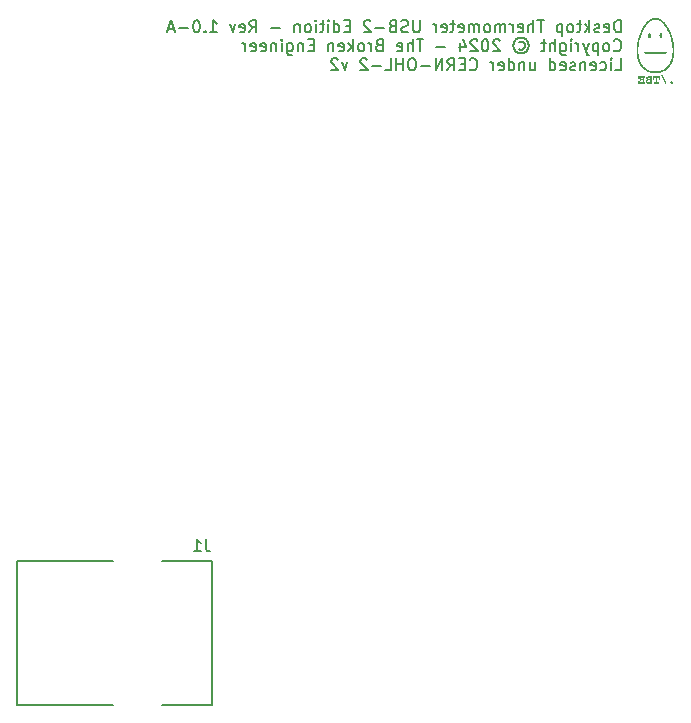
<source format=gbr>
G04 #@! TF.GenerationSoftware,KiCad,Pcbnew,7.0.10*
G04 #@! TF.CreationDate,2024-02-08T16:48:27+11:00*
G04 #@! TF.ProjectId,Desktop Thermometer USB-2,4465736b-746f-4702-9054-6865726d6f6d,rev?*
G04 #@! TF.SameCoordinates,Original*
G04 #@! TF.FileFunction,Legend,Bot*
G04 #@! TF.FilePolarity,Positive*
%FSLAX46Y46*%
G04 Gerber Fmt 4.6, Leading zero omitted, Abs format (unit mm)*
G04 Created by KiCad (PCBNEW 7.0.10) date 2024-02-08 16:48:27*
%MOMM*%
%LPD*%
G01*
G04 APERTURE LIST*
%ADD10C,0.153000*%
%ADD11C,0.150000*%
%ADD12C,0.127000*%
G04 APERTURE END LIST*
D10*
X149521247Y-58371663D02*
X149521247Y-57371663D01*
X149521247Y-57371663D02*
X149283152Y-57371663D01*
X149283152Y-57371663D02*
X149140295Y-57419282D01*
X149140295Y-57419282D02*
X149045057Y-57514520D01*
X149045057Y-57514520D02*
X148997438Y-57609758D01*
X148997438Y-57609758D02*
X148949819Y-57800234D01*
X148949819Y-57800234D02*
X148949819Y-57943091D01*
X148949819Y-57943091D02*
X148997438Y-58133567D01*
X148997438Y-58133567D02*
X149045057Y-58228805D01*
X149045057Y-58228805D02*
X149140295Y-58324044D01*
X149140295Y-58324044D02*
X149283152Y-58371663D01*
X149283152Y-58371663D02*
X149521247Y-58371663D01*
X148140295Y-58324044D02*
X148235533Y-58371663D01*
X148235533Y-58371663D02*
X148426009Y-58371663D01*
X148426009Y-58371663D02*
X148521247Y-58324044D01*
X148521247Y-58324044D02*
X148568866Y-58228805D01*
X148568866Y-58228805D02*
X148568866Y-57847853D01*
X148568866Y-57847853D02*
X148521247Y-57752615D01*
X148521247Y-57752615D02*
X148426009Y-57704996D01*
X148426009Y-57704996D02*
X148235533Y-57704996D01*
X148235533Y-57704996D02*
X148140295Y-57752615D01*
X148140295Y-57752615D02*
X148092676Y-57847853D01*
X148092676Y-57847853D02*
X148092676Y-57943091D01*
X148092676Y-57943091D02*
X148568866Y-58038329D01*
X147711723Y-58324044D02*
X147616485Y-58371663D01*
X147616485Y-58371663D02*
X147426009Y-58371663D01*
X147426009Y-58371663D02*
X147330771Y-58324044D01*
X147330771Y-58324044D02*
X147283152Y-58228805D01*
X147283152Y-58228805D02*
X147283152Y-58181186D01*
X147283152Y-58181186D02*
X147330771Y-58085948D01*
X147330771Y-58085948D02*
X147426009Y-58038329D01*
X147426009Y-58038329D02*
X147568866Y-58038329D01*
X147568866Y-58038329D02*
X147664104Y-57990710D01*
X147664104Y-57990710D02*
X147711723Y-57895472D01*
X147711723Y-57895472D02*
X147711723Y-57847853D01*
X147711723Y-57847853D02*
X147664104Y-57752615D01*
X147664104Y-57752615D02*
X147568866Y-57704996D01*
X147568866Y-57704996D02*
X147426009Y-57704996D01*
X147426009Y-57704996D02*
X147330771Y-57752615D01*
X146854580Y-58371663D02*
X146854580Y-57371663D01*
X146759342Y-57990710D02*
X146473628Y-58371663D01*
X146473628Y-57704996D02*
X146854580Y-58085948D01*
X146187913Y-57704996D02*
X145806961Y-57704996D01*
X146045056Y-57371663D02*
X146045056Y-58228805D01*
X146045056Y-58228805D02*
X145997437Y-58324044D01*
X145997437Y-58324044D02*
X145902199Y-58371663D01*
X145902199Y-58371663D02*
X145806961Y-58371663D01*
X145330770Y-58371663D02*
X145426008Y-58324044D01*
X145426008Y-58324044D02*
X145473627Y-58276424D01*
X145473627Y-58276424D02*
X145521246Y-58181186D01*
X145521246Y-58181186D02*
X145521246Y-57895472D01*
X145521246Y-57895472D02*
X145473627Y-57800234D01*
X145473627Y-57800234D02*
X145426008Y-57752615D01*
X145426008Y-57752615D02*
X145330770Y-57704996D01*
X145330770Y-57704996D02*
X145187913Y-57704996D01*
X145187913Y-57704996D02*
X145092675Y-57752615D01*
X145092675Y-57752615D02*
X145045056Y-57800234D01*
X145045056Y-57800234D02*
X144997437Y-57895472D01*
X144997437Y-57895472D02*
X144997437Y-58181186D01*
X144997437Y-58181186D02*
X145045056Y-58276424D01*
X145045056Y-58276424D02*
X145092675Y-58324044D01*
X145092675Y-58324044D02*
X145187913Y-58371663D01*
X145187913Y-58371663D02*
X145330770Y-58371663D01*
X144568865Y-57704996D02*
X144568865Y-58704996D01*
X144568865Y-57752615D02*
X144473627Y-57704996D01*
X144473627Y-57704996D02*
X144283151Y-57704996D01*
X144283151Y-57704996D02*
X144187913Y-57752615D01*
X144187913Y-57752615D02*
X144140294Y-57800234D01*
X144140294Y-57800234D02*
X144092675Y-57895472D01*
X144092675Y-57895472D02*
X144092675Y-58181186D01*
X144092675Y-58181186D02*
X144140294Y-58276424D01*
X144140294Y-58276424D02*
X144187913Y-58324044D01*
X144187913Y-58324044D02*
X144283151Y-58371663D01*
X144283151Y-58371663D02*
X144473627Y-58371663D01*
X144473627Y-58371663D02*
X144568865Y-58324044D01*
X143045055Y-57371663D02*
X142473627Y-57371663D01*
X142759341Y-58371663D02*
X142759341Y-57371663D01*
X142140293Y-58371663D02*
X142140293Y-57371663D01*
X141711722Y-58371663D02*
X141711722Y-57847853D01*
X141711722Y-57847853D02*
X141759341Y-57752615D01*
X141759341Y-57752615D02*
X141854579Y-57704996D01*
X141854579Y-57704996D02*
X141997436Y-57704996D01*
X141997436Y-57704996D02*
X142092674Y-57752615D01*
X142092674Y-57752615D02*
X142140293Y-57800234D01*
X140854579Y-58324044D02*
X140949817Y-58371663D01*
X140949817Y-58371663D02*
X141140293Y-58371663D01*
X141140293Y-58371663D02*
X141235531Y-58324044D01*
X141235531Y-58324044D02*
X141283150Y-58228805D01*
X141283150Y-58228805D02*
X141283150Y-57847853D01*
X141283150Y-57847853D02*
X141235531Y-57752615D01*
X141235531Y-57752615D02*
X141140293Y-57704996D01*
X141140293Y-57704996D02*
X140949817Y-57704996D01*
X140949817Y-57704996D02*
X140854579Y-57752615D01*
X140854579Y-57752615D02*
X140806960Y-57847853D01*
X140806960Y-57847853D02*
X140806960Y-57943091D01*
X140806960Y-57943091D02*
X141283150Y-58038329D01*
X140378388Y-58371663D02*
X140378388Y-57704996D01*
X140378388Y-57895472D02*
X140330769Y-57800234D01*
X140330769Y-57800234D02*
X140283150Y-57752615D01*
X140283150Y-57752615D02*
X140187912Y-57704996D01*
X140187912Y-57704996D02*
X140092674Y-57704996D01*
X139759340Y-58371663D02*
X139759340Y-57704996D01*
X139759340Y-57800234D02*
X139711721Y-57752615D01*
X139711721Y-57752615D02*
X139616483Y-57704996D01*
X139616483Y-57704996D02*
X139473626Y-57704996D01*
X139473626Y-57704996D02*
X139378388Y-57752615D01*
X139378388Y-57752615D02*
X139330769Y-57847853D01*
X139330769Y-57847853D02*
X139330769Y-58371663D01*
X139330769Y-57847853D02*
X139283150Y-57752615D01*
X139283150Y-57752615D02*
X139187912Y-57704996D01*
X139187912Y-57704996D02*
X139045055Y-57704996D01*
X139045055Y-57704996D02*
X138949816Y-57752615D01*
X138949816Y-57752615D02*
X138902197Y-57847853D01*
X138902197Y-57847853D02*
X138902197Y-58371663D01*
X138283150Y-58371663D02*
X138378388Y-58324044D01*
X138378388Y-58324044D02*
X138426007Y-58276424D01*
X138426007Y-58276424D02*
X138473626Y-58181186D01*
X138473626Y-58181186D02*
X138473626Y-57895472D01*
X138473626Y-57895472D02*
X138426007Y-57800234D01*
X138426007Y-57800234D02*
X138378388Y-57752615D01*
X138378388Y-57752615D02*
X138283150Y-57704996D01*
X138283150Y-57704996D02*
X138140293Y-57704996D01*
X138140293Y-57704996D02*
X138045055Y-57752615D01*
X138045055Y-57752615D02*
X137997436Y-57800234D01*
X137997436Y-57800234D02*
X137949817Y-57895472D01*
X137949817Y-57895472D02*
X137949817Y-58181186D01*
X137949817Y-58181186D02*
X137997436Y-58276424D01*
X137997436Y-58276424D02*
X138045055Y-58324044D01*
X138045055Y-58324044D02*
X138140293Y-58371663D01*
X138140293Y-58371663D02*
X138283150Y-58371663D01*
X137521245Y-58371663D02*
X137521245Y-57704996D01*
X137521245Y-57800234D02*
X137473626Y-57752615D01*
X137473626Y-57752615D02*
X137378388Y-57704996D01*
X137378388Y-57704996D02*
X137235531Y-57704996D01*
X137235531Y-57704996D02*
X137140293Y-57752615D01*
X137140293Y-57752615D02*
X137092674Y-57847853D01*
X137092674Y-57847853D02*
X137092674Y-58371663D01*
X137092674Y-57847853D02*
X137045055Y-57752615D01*
X137045055Y-57752615D02*
X136949817Y-57704996D01*
X136949817Y-57704996D02*
X136806960Y-57704996D01*
X136806960Y-57704996D02*
X136711721Y-57752615D01*
X136711721Y-57752615D02*
X136664102Y-57847853D01*
X136664102Y-57847853D02*
X136664102Y-58371663D01*
X135806960Y-58324044D02*
X135902198Y-58371663D01*
X135902198Y-58371663D02*
X136092674Y-58371663D01*
X136092674Y-58371663D02*
X136187912Y-58324044D01*
X136187912Y-58324044D02*
X136235531Y-58228805D01*
X136235531Y-58228805D02*
X136235531Y-57847853D01*
X136235531Y-57847853D02*
X136187912Y-57752615D01*
X136187912Y-57752615D02*
X136092674Y-57704996D01*
X136092674Y-57704996D02*
X135902198Y-57704996D01*
X135902198Y-57704996D02*
X135806960Y-57752615D01*
X135806960Y-57752615D02*
X135759341Y-57847853D01*
X135759341Y-57847853D02*
X135759341Y-57943091D01*
X135759341Y-57943091D02*
X136235531Y-58038329D01*
X135473626Y-57704996D02*
X135092674Y-57704996D01*
X135330769Y-57371663D02*
X135330769Y-58228805D01*
X135330769Y-58228805D02*
X135283150Y-58324044D01*
X135283150Y-58324044D02*
X135187912Y-58371663D01*
X135187912Y-58371663D02*
X135092674Y-58371663D01*
X134378388Y-58324044D02*
X134473626Y-58371663D01*
X134473626Y-58371663D02*
X134664102Y-58371663D01*
X134664102Y-58371663D02*
X134759340Y-58324044D01*
X134759340Y-58324044D02*
X134806959Y-58228805D01*
X134806959Y-58228805D02*
X134806959Y-57847853D01*
X134806959Y-57847853D02*
X134759340Y-57752615D01*
X134759340Y-57752615D02*
X134664102Y-57704996D01*
X134664102Y-57704996D02*
X134473626Y-57704996D01*
X134473626Y-57704996D02*
X134378388Y-57752615D01*
X134378388Y-57752615D02*
X134330769Y-57847853D01*
X134330769Y-57847853D02*
X134330769Y-57943091D01*
X134330769Y-57943091D02*
X134806959Y-58038329D01*
X133902197Y-58371663D02*
X133902197Y-57704996D01*
X133902197Y-57895472D02*
X133854578Y-57800234D01*
X133854578Y-57800234D02*
X133806959Y-57752615D01*
X133806959Y-57752615D02*
X133711721Y-57704996D01*
X133711721Y-57704996D02*
X133616483Y-57704996D01*
X132521244Y-57371663D02*
X132521244Y-58181186D01*
X132521244Y-58181186D02*
X132473625Y-58276424D01*
X132473625Y-58276424D02*
X132426006Y-58324044D01*
X132426006Y-58324044D02*
X132330768Y-58371663D01*
X132330768Y-58371663D02*
X132140292Y-58371663D01*
X132140292Y-58371663D02*
X132045054Y-58324044D01*
X132045054Y-58324044D02*
X131997435Y-58276424D01*
X131997435Y-58276424D02*
X131949816Y-58181186D01*
X131949816Y-58181186D02*
X131949816Y-57371663D01*
X131521244Y-58324044D02*
X131378387Y-58371663D01*
X131378387Y-58371663D02*
X131140292Y-58371663D01*
X131140292Y-58371663D02*
X131045054Y-58324044D01*
X131045054Y-58324044D02*
X130997435Y-58276424D01*
X130997435Y-58276424D02*
X130949816Y-58181186D01*
X130949816Y-58181186D02*
X130949816Y-58085948D01*
X130949816Y-58085948D02*
X130997435Y-57990710D01*
X130997435Y-57990710D02*
X131045054Y-57943091D01*
X131045054Y-57943091D02*
X131140292Y-57895472D01*
X131140292Y-57895472D02*
X131330768Y-57847853D01*
X131330768Y-57847853D02*
X131426006Y-57800234D01*
X131426006Y-57800234D02*
X131473625Y-57752615D01*
X131473625Y-57752615D02*
X131521244Y-57657377D01*
X131521244Y-57657377D02*
X131521244Y-57562139D01*
X131521244Y-57562139D02*
X131473625Y-57466901D01*
X131473625Y-57466901D02*
X131426006Y-57419282D01*
X131426006Y-57419282D02*
X131330768Y-57371663D01*
X131330768Y-57371663D02*
X131092673Y-57371663D01*
X131092673Y-57371663D02*
X130949816Y-57419282D01*
X130187911Y-57847853D02*
X130045054Y-57895472D01*
X130045054Y-57895472D02*
X129997435Y-57943091D01*
X129997435Y-57943091D02*
X129949816Y-58038329D01*
X129949816Y-58038329D02*
X129949816Y-58181186D01*
X129949816Y-58181186D02*
X129997435Y-58276424D01*
X129997435Y-58276424D02*
X130045054Y-58324044D01*
X130045054Y-58324044D02*
X130140292Y-58371663D01*
X130140292Y-58371663D02*
X130521244Y-58371663D01*
X130521244Y-58371663D02*
X130521244Y-57371663D01*
X130521244Y-57371663D02*
X130187911Y-57371663D01*
X130187911Y-57371663D02*
X130092673Y-57419282D01*
X130092673Y-57419282D02*
X130045054Y-57466901D01*
X130045054Y-57466901D02*
X129997435Y-57562139D01*
X129997435Y-57562139D02*
X129997435Y-57657377D01*
X129997435Y-57657377D02*
X130045054Y-57752615D01*
X130045054Y-57752615D02*
X130092673Y-57800234D01*
X130092673Y-57800234D02*
X130187911Y-57847853D01*
X130187911Y-57847853D02*
X130521244Y-57847853D01*
X129521244Y-57990710D02*
X128759340Y-57990710D01*
X128330768Y-57466901D02*
X128283149Y-57419282D01*
X128283149Y-57419282D02*
X128187911Y-57371663D01*
X128187911Y-57371663D02*
X127949816Y-57371663D01*
X127949816Y-57371663D02*
X127854578Y-57419282D01*
X127854578Y-57419282D02*
X127806959Y-57466901D01*
X127806959Y-57466901D02*
X127759340Y-57562139D01*
X127759340Y-57562139D02*
X127759340Y-57657377D01*
X127759340Y-57657377D02*
X127806959Y-57800234D01*
X127806959Y-57800234D02*
X128378387Y-58371663D01*
X128378387Y-58371663D02*
X127759340Y-58371663D01*
X126568863Y-57847853D02*
X126235530Y-57847853D01*
X126092673Y-58371663D02*
X126568863Y-58371663D01*
X126568863Y-58371663D02*
X126568863Y-57371663D01*
X126568863Y-57371663D02*
X126092673Y-57371663D01*
X125235530Y-58371663D02*
X125235530Y-57371663D01*
X125235530Y-58324044D02*
X125330768Y-58371663D01*
X125330768Y-58371663D02*
X125521244Y-58371663D01*
X125521244Y-58371663D02*
X125616482Y-58324044D01*
X125616482Y-58324044D02*
X125664101Y-58276424D01*
X125664101Y-58276424D02*
X125711720Y-58181186D01*
X125711720Y-58181186D02*
X125711720Y-57895472D01*
X125711720Y-57895472D02*
X125664101Y-57800234D01*
X125664101Y-57800234D02*
X125616482Y-57752615D01*
X125616482Y-57752615D02*
X125521244Y-57704996D01*
X125521244Y-57704996D02*
X125330768Y-57704996D01*
X125330768Y-57704996D02*
X125235530Y-57752615D01*
X124759339Y-58371663D02*
X124759339Y-57704996D01*
X124759339Y-57371663D02*
X124806958Y-57419282D01*
X124806958Y-57419282D02*
X124759339Y-57466901D01*
X124759339Y-57466901D02*
X124711720Y-57419282D01*
X124711720Y-57419282D02*
X124759339Y-57371663D01*
X124759339Y-57371663D02*
X124759339Y-57466901D01*
X124426006Y-57704996D02*
X124045054Y-57704996D01*
X124283149Y-57371663D02*
X124283149Y-58228805D01*
X124283149Y-58228805D02*
X124235530Y-58324044D01*
X124235530Y-58324044D02*
X124140292Y-58371663D01*
X124140292Y-58371663D02*
X124045054Y-58371663D01*
X123711720Y-58371663D02*
X123711720Y-57704996D01*
X123711720Y-57371663D02*
X123759339Y-57419282D01*
X123759339Y-57419282D02*
X123711720Y-57466901D01*
X123711720Y-57466901D02*
X123664101Y-57419282D01*
X123664101Y-57419282D02*
X123711720Y-57371663D01*
X123711720Y-57371663D02*
X123711720Y-57466901D01*
X123092673Y-58371663D02*
X123187911Y-58324044D01*
X123187911Y-58324044D02*
X123235530Y-58276424D01*
X123235530Y-58276424D02*
X123283149Y-58181186D01*
X123283149Y-58181186D02*
X123283149Y-57895472D01*
X123283149Y-57895472D02*
X123235530Y-57800234D01*
X123235530Y-57800234D02*
X123187911Y-57752615D01*
X123187911Y-57752615D02*
X123092673Y-57704996D01*
X123092673Y-57704996D02*
X122949816Y-57704996D01*
X122949816Y-57704996D02*
X122854578Y-57752615D01*
X122854578Y-57752615D02*
X122806959Y-57800234D01*
X122806959Y-57800234D02*
X122759340Y-57895472D01*
X122759340Y-57895472D02*
X122759340Y-58181186D01*
X122759340Y-58181186D02*
X122806959Y-58276424D01*
X122806959Y-58276424D02*
X122854578Y-58324044D01*
X122854578Y-58324044D02*
X122949816Y-58371663D01*
X122949816Y-58371663D02*
X123092673Y-58371663D01*
X122330768Y-57704996D02*
X122330768Y-58371663D01*
X122330768Y-57800234D02*
X122283149Y-57752615D01*
X122283149Y-57752615D02*
X122187911Y-57704996D01*
X122187911Y-57704996D02*
X122045054Y-57704996D01*
X122045054Y-57704996D02*
X121949816Y-57752615D01*
X121949816Y-57752615D02*
X121902197Y-57847853D01*
X121902197Y-57847853D02*
X121902197Y-58371663D01*
X120664101Y-57990710D02*
X119902197Y-57990710D01*
X118092673Y-58371663D02*
X118426006Y-57895472D01*
X118664101Y-58371663D02*
X118664101Y-57371663D01*
X118664101Y-57371663D02*
X118283149Y-57371663D01*
X118283149Y-57371663D02*
X118187911Y-57419282D01*
X118187911Y-57419282D02*
X118140292Y-57466901D01*
X118140292Y-57466901D02*
X118092673Y-57562139D01*
X118092673Y-57562139D02*
X118092673Y-57704996D01*
X118092673Y-57704996D02*
X118140292Y-57800234D01*
X118140292Y-57800234D02*
X118187911Y-57847853D01*
X118187911Y-57847853D02*
X118283149Y-57895472D01*
X118283149Y-57895472D02*
X118664101Y-57895472D01*
X117283149Y-58324044D02*
X117378387Y-58371663D01*
X117378387Y-58371663D02*
X117568863Y-58371663D01*
X117568863Y-58371663D02*
X117664101Y-58324044D01*
X117664101Y-58324044D02*
X117711720Y-58228805D01*
X117711720Y-58228805D02*
X117711720Y-57847853D01*
X117711720Y-57847853D02*
X117664101Y-57752615D01*
X117664101Y-57752615D02*
X117568863Y-57704996D01*
X117568863Y-57704996D02*
X117378387Y-57704996D01*
X117378387Y-57704996D02*
X117283149Y-57752615D01*
X117283149Y-57752615D02*
X117235530Y-57847853D01*
X117235530Y-57847853D02*
X117235530Y-57943091D01*
X117235530Y-57943091D02*
X117711720Y-58038329D01*
X116902196Y-57704996D02*
X116664101Y-58371663D01*
X116664101Y-58371663D02*
X116426006Y-57704996D01*
X114759339Y-58371663D02*
X115330767Y-58371663D01*
X115045053Y-58371663D02*
X115045053Y-57371663D01*
X115045053Y-57371663D02*
X115140291Y-57514520D01*
X115140291Y-57514520D02*
X115235529Y-57609758D01*
X115235529Y-57609758D02*
X115330767Y-57657377D01*
X114330767Y-58276424D02*
X114283148Y-58324044D01*
X114283148Y-58324044D02*
X114330767Y-58371663D01*
X114330767Y-58371663D02*
X114378386Y-58324044D01*
X114378386Y-58324044D02*
X114330767Y-58276424D01*
X114330767Y-58276424D02*
X114330767Y-58371663D01*
X113664101Y-57371663D02*
X113568863Y-57371663D01*
X113568863Y-57371663D02*
X113473625Y-57419282D01*
X113473625Y-57419282D02*
X113426006Y-57466901D01*
X113426006Y-57466901D02*
X113378387Y-57562139D01*
X113378387Y-57562139D02*
X113330768Y-57752615D01*
X113330768Y-57752615D02*
X113330768Y-57990710D01*
X113330768Y-57990710D02*
X113378387Y-58181186D01*
X113378387Y-58181186D02*
X113426006Y-58276424D01*
X113426006Y-58276424D02*
X113473625Y-58324044D01*
X113473625Y-58324044D02*
X113568863Y-58371663D01*
X113568863Y-58371663D02*
X113664101Y-58371663D01*
X113664101Y-58371663D02*
X113759339Y-58324044D01*
X113759339Y-58324044D02*
X113806958Y-58276424D01*
X113806958Y-58276424D02*
X113854577Y-58181186D01*
X113854577Y-58181186D02*
X113902196Y-57990710D01*
X113902196Y-57990710D02*
X113902196Y-57752615D01*
X113902196Y-57752615D02*
X113854577Y-57562139D01*
X113854577Y-57562139D02*
X113806958Y-57466901D01*
X113806958Y-57466901D02*
X113759339Y-57419282D01*
X113759339Y-57419282D02*
X113664101Y-57371663D01*
X112902196Y-57990710D02*
X112140292Y-57990710D01*
X111711720Y-58085948D02*
X111235530Y-58085948D01*
X111806958Y-58371663D02*
X111473625Y-57371663D01*
X111473625Y-57371663D02*
X111140292Y-58371663D01*
X148949819Y-59886424D02*
X148997438Y-59934044D01*
X148997438Y-59934044D02*
X149140295Y-59981663D01*
X149140295Y-59981663D02*
X149235533Y-59981663D01*
X149235533Y-59981663D02*
X149378390Y-59934044D01*
X149378390Y-59934044D02*
X149473628Y-59838805D01*
X149473628Y-59838805D02*
X149521247Y-59743567D01*
X149521247Y-59743567D02*
X149568866Y-59553091D01*
X149568866Y-59553091D02*
X149568866Y-59410234D01*
X149568866Y-59410234D02*
X149521247Y-59219758D01*
X149521247Y-59219758D02*
X149473628Y-59124520D01*
X149473628Y-59124520D02*
X149378390Y-59029282D01*
X149378390Y-59029282D02*
X149235533Y-58981663D01*
X149235533Y-58981663D02*
X149140295Y-58981663D01*
X149140295Y-58981663D02*
X148997438Y-59029282D01*
X148997438Y-59029282D02*
X148949819Y-59076901D01*
X148378390Y-59981663D02*
X148473628Y-59934044D01*
X148473628Y-59934044D02*
X148521247Y-59886424D01*
X148521247Y-59886424D02*
X148568866Y-59791186D01*
X148568866Y-59791186D02*
X148568866Y-59505472D01*
X148568866Y-59505472D02*
X148521247Y-59410234D01*
X148521247Y-59410234D02*
X148473628Y-59362615D01*
X148473628Y-59362615D02*
X148378390Y-59314996D01*
X148378390Y-59314996D02*
X148235533Y-59314996D01*
X148235533Y-59314996D02*
X148140295Y-59362615D01*
X148140295Y-59362615D02*
X148092676Y-59410234D01*
X148092676Y-59410234D02*
X148045057Y-59505472D01*
X148045057Y-59505472D02*
X148045057Y-59791186D01*
X148045057Y-59791186D02*
X148092676Y-59886424D01*
X148092676Y-59886424D02*
X148140295Y-59934044D01*
X148140295Y-59934044D02*
X148235533Y-59981663D01*
X148235533Y-59981663D02*
X148378390Y-59981663D01*
X147616485Y-59314996D02*
X147616485Y-60314996D01*
X147616485Y-59362615D02*
X147521247Y-59314996D01*
X147521247Y-59314996D02*
X147330771Y-59314996D01*
X147330771Y-59314996D02*
X147235533Y-59362615D01*
X147235533Y-59362615D02*
X147187914Y-59410234D01*
X147187914Y-59410234D02*
X147140295Y-59505472D01*
X147140295Y-59505472D02*
X147140295Y-59791186D01*
X147140295Y-59791186D02*
X147187914Y-59886424D01*
X147187914Y-59886424D02*
X147235533Y-59934044D01*
X147235533Y-59934044D02*
X147330771Y-59981663D01*
X147330771Y-59981663D02*
X147521247Y-59981663D01*
X147521247Y-59981663D02*
X147616485Y-59934044D01*
X146806961Y-59314996D02*
X146568866Y-59981663D01*
X146330771Y-59314996D02*
X146568866Y-59981663D01*
X146568866Y-59981663D02*
X146664104Y-60219758D01*
X146664104Y-60219758D02*
X146711723Y-60267377D01*
X146711723Y-60267377D02*
X146806961Y-60314996D01*
X145949818Y-59981663D02*
X145949818Y-59314996D01*
X145949818Y-59505472D02*
X145902199Y-59410234D01*
X145902199Y-59410234D02*
X145854580Y-59362615D01*
X145854580Y-59362615D02*
X145759342Y-59314996D01*
X145759342Y-59314996D02*
X145664104Y-59314996D01*
X145330770Y-59981663D02*
X145330770Y-59314996D01*
X145330770Y-58981663D02*
X145378389Y-59029282D01*
X145378389Y-59029282D02*
X145330770Y-59076901D01*
X145330770Y-59076901D02*
X145283151Y-59029282D01*
X145283151Y-59029282D02*
X145330770Y-58981663D01*
X145330770Y-58981663D02*
X145330770Y-59076901D01*
X144426009Y-59314996D02*
X144426009Y-60124520D01*
X144426009Y-60124520D02*
X144473628Y-60219758D01*
X144473628Y-60219758D02*
X144521247Y-60267377D01*
X144521247Y-60267377D02*
X144616485Y-60314996D01*
X144616485Y-60314996D02*
X144759342Y-60314996D01*
X144759342Y-60314996D02*
X144854580Y-60267377D01*
X144426009Y-59934044D02*
X144521247Y-59981663D01*
X144521247Y-59981663D02*
X144711723Y-59981663D01*
X144711723Y-59981663D02*
X144806961Y-59934044D01*
X144806961Y-59934044D02*
X144854580Y-59886424D01*
X144854580Y-59886424D02*
X144902199Y-59791186D01*
X144902199Y-59791186D02*
X144902199Y-59505472D01*
X144902199Y-59505472D02*
X144854580Y-59410234D01*
X144854580Y-59410234D02*
X144806961Y-59362615D01*
X144806961Y-59362615D02*
X144711723Y-59314996D01*
X144711723Y-59314996D02*
X144521247Y-59314996D01*
X144521247Y-59314996D02*
X144426009Y-59362615D01*
X143949818Y-59981663D02*
X143949818Y-58981663D01*
X143521247Y-59981663D02*
X143521247Y-59457853D01*
X143521247Y-59457853D02*
X143568866Y-59362615D01*
X143568866Y-59362615D02*
X143664104Y-59314996D01*
X143664104Y-59314996D02*
X143806961Y-59314996D01*
X143806961Y-59314996D02*
X143902199Y-59362615D01*
X143902199Y-59362615D02*
X143949818Y-59410234D01*
X143187913Y-59314996D02*
X142806961Y-59314996D01*
X143045056Y-58981663D02*
X143045056Y-59838805D01*
X143045056Y-59838805D02*
X142997437Y-59934044D01*
X142997437Y-59934044D02*
X142902199Y-59981663D01*
X142902199Y-59981663D02*
X142806961Y-59981663D01*
X140902198Y-59219758D02*
X140997437Y-59172139D01*
X140997437Y-59172139D02*
X141187913Y-59172139D01*
X141187913Y-59172139D02*
X141283151Y-59219758D01*
X141283151Y-59219758D02*
X141378389Y-59314996D01*
X141378389Y-59314996D02*
X141426008Y-59410234D01*
X141426008Y-59410234D02*
X141426008Y-59600710D01*
X141426008Y-59600710D02*
X141378389Y-59695948D01*
X141378389Y-59695948D02*
X141283151Y-59791186D01*
X141283151Y-59791186D02*
X141187913Y-59838805D01*
X141187913Y-59838805D02*
X140997437Y-59838805D01*
X140997437Y-59838805D02*
X140902198Y-59791186D01*
X141092675Y-58838805D02*
X141330770Y-58886424D01*
X141330770Y-58886424D02*
X141568865Y-59029282D01*
X141568865Y-59029282D02*
X141711722Y-59267377D01*
X141711722Y-59267377D02*
X141759341Y-59505472D01*
X141759341Y-59505472D02*
X141711722Y-59743567D01*
X141711722Y-59743567D02*
X141568865Y-59981663D01*
X141568865Y-59981663D02*
X141330770Y-60124520D01*
X141330770Y-60124520D02*
X141092675Y-60172139D01*
X141092675Y-60172139D02*
X140854579Y-60124520D01*
X140854579Y-60124520D02*
X140616484Y-59981663D01*
X140616484Y-59981663D02*
X140473627Y-59743567D01*
X140473627Y-59743567D02*
X140426008Y-59505472D01*
X140426008Y-59505472D02*
X140473627Y-59267377D01*
X140473627Y-59267377D02*
X140616484Y-59029282D01*
X140616484Y-59029282D02*
X140854579Y-58886424D01*
X140854579Y-58886424D02*
X141092675Y-58838805D01*
X139283150Y-59076901D02*
X139235531Y-59029282D01*
X139235531Y-59029282D02*
X139140293Y-58981663D01*
X139140293Y-58981663D02*
X138902198Y-58981663D01*
X138902198Y-58981663D02*
X138806960Y-59029282D01*
X138806960Y-59029282D02*
X138759341Y-59076901D01*
X138759341Y-59076901D02*
X138711722Y-59172139D01*
X138711722Y-59172139D02*
X138711722Y-59267377D01*
X138711722Y-59267377D02*
X138759341Y-59410234D01*
X138759341Y-59410234D02*
X139330769Y-59981663D01*
X139330769Y-59981663D02*
X138711722Y-59981663D01*
X138092674Y-58981663D02*
X137997436Y-58981663D01*
X137997436Y-58981663D02*
X137902198Y-59029282D01*
X137902198Y-59029282D02*
X137854579Y-59076901D01*
X137854579Y-59076901D02*
X137806960Y-59172139D01*
X137806960Y-59172139D02*
X137759341Y-59362615D01*
X137759341Y-59362615D02*
X137759341Y-59600710D01*
X137759341Y-59600710D02*
X137806960Y-59791186D01*
X137806960Y-59791186D02*
X137854579Y-59886424D01*
X137854579Y-59886424D02*
X137902198Y-59934044D01*
X137902198Y-59934044D02*
X137997436Y-59981663D01*
X137997436Y-59981663D02*
X138092674Y-59981663D01*
X138092674Y-59981663D02*
X138187912Y-59934044D01*
X138187912Y-59934044D02*
X138235531Y-59886424D01*
X138235531Y-59886424D02*
X138283150Y-59791186D01*
X138283150Y-59791186D02*
X138330769Y-59600710D01*
X138330769Y-59600710D02*
X138330769Y-59362615D01*
X138330769Y-59362615D02*
X138283150Y-59172139D01*
X138283150Y-59172139D02*
X138235531Y-59076901D01*
X138235531Y-59076901D02*
X138187912Y-59029282D01*
X138187912Y-59029282D02*
X138092674Y-58981663D01*
X137378388Y-59076901D02*
X137330769Y-59029282D01*
X137330769Y-59029282D02*
X137235531Y-58981663D01*
X137235531Y-58981663D02*
X136997436Y-58981663D01*
X136997436Y-58981663D02*
X136902198Y-59029282D01*
X136902198Y-59029282D02*
X136854579Y-59076901D01*
X136854579Y-59076901D02*
X136806960Y-59172139D01*
X136806960Y-59172139D02*
X136806960Y-59267377D01*
X136806960Y-59267377D02*
X136854579Y-59410234D01*
X136854579Y-59410234D02*
X137426007Y-59981663D01*
X137426007Y-59981663D02*
X136806960Y-59981663D01*
X135949817Y-59314996D02*
X135949817Y-59981663D01*
X136187912Y-58934044D02*
X136426007Y-59648329D01*
X136426007Y-59648329D02*
X135806960Y-59648329D01*
X134664102Y-59600710D02*
X133902198Y-59600710D01*
X132806959Y-58981663D02*
X132235531Y-58981663D01*
X132521245Y-59981663D02*
X132521245Y-58981663D01*
X131902197Y-59981663D02*
X131902197Y-58981663D01*
X131473626Y-59981663D02*
X131473626Y-59457853D01*
X131473626Y-59457853D02*
X131521245Y-59362615D01*
X131521245Y-59362615D02*
X131616483Y-59314996D01*
X131616483Y-59314996D02*
X131759340Y-59314996D01*
X131759340Y-59314996D02*
X131854578Y-59362615D01*
X131854578Y-59362615D02*
X131902197Y-59410234D01*
X130616483Y-59934044D02*
X130711721Y-59981663D01*
X130711721Y-59981663D02*
X130902197Y-59981663D01*
X130902197Y-59981663D02*
X130997435Y-59934044D01*
X130997435Y-59934044D02*
X131045054Y-59838805D01*
X131045054Y-59838805D02*
X131045054Y-59457853D01*
X131045054Y-59457853D02*
X130997435Y-59362615D01*
X130997435Y-59362615D02*
X130902197Y-59314996D01*
X130902197Y-59314996D02*
X130711721Y-59314996D01*
X130711721Y-59314996D02*
X130616483Y-59362615D01*
X130616483Y-59362615D02*
X130568864Y-59457853D01*
X130568864Y-59457853D02*
X130568864Y-59553091D01*
X130568864Y-59553091D02*
X131045054Y-59648329D01*
X129045054Y-59457853D02*
X128902197Y-59505472D01*
X128902197Y-59505472D02*
X128854578Y-59553091D01*
X128854578Y-59553091D02*
X128806959Y-59648329D01*
X128806959Y-59648329D02*
X128806959Y-59791186D01*
X128806959Y-59791186D02*
X128854578Y-59886424D01*
X128854578Y-59886424D02*
X128902197Y-59934044D01*
X128902197Y-59934044D02*
X128997435Y-59981663D01*
X128997435Y-59981663D02*
X129378387Y-59981663D01*
X129378387Y-59981663D02*
X129378387Y-58981663D01*
X129378387Y-58981663D02*
X129045054Y-58981663D01*
X129045054Y-58981663D02*
X128949816Y-59029282D01*
X128949816Y-59029282D02*
X128902197Y-59076901D01*
X128902197Y-59076901D02*
X128854578Y-59172139D01*
X128854578Y-59172139D02*
X128854578Y-59267377D01*
X128854578Y-59267377D02*
X128902197Y-59362615D01*
X128902197Y-59362615D02*
X128949816Y-59410234D01*
X128949816Y-59410234D02*
X129045054Y-59457853D01*
X129045054Y-59457853D02*
X129378387Y-59457853D01*
X128378387Y-59981663D02*
X128378387Y-59314996D01*
X128378387Y-59505472D02*
X128330768Y-59410234D01*
X128330768Y-59410234D02*
X128283149Y-59362615D01*
X128283149Y-59362615D02*
X128187911Y-59314996D01*
X128187911Y-59314996D02*
X128092673Y-59314996D01*
X127616482Y-59981663D02*
X127711720Y-59934044D01*
X127711720Y-59934044D02*
X127759339Y-59886424D01*
X127759339Y-59886424D02*
X127806958Y-59791186D01*
X127806958Y-59791186D02*
X127806958Y-59505472D01*
X127806958Y-59505472D02*
X127759339Y-59410234D01*
X127759339Y-59410234D02*
X127711720Y-59362615D01*
X127711720Y-59362615D02*
X127616482Y-59314996D01*
X127616482Y-59314996D02*
X127473625Y-59314996D01*
X127473625Y-59314996D02*
X127378387Y-59362615D01*
X127378387Y-59362615D02*
X127330768Y-59410234D01*
X127330768Y-59410234D02*
X127283149Y-59505472D01*
X127283149Y-59505472D02*
X127283149Y-59791186D01*
X127283149Y-59791186D02*
X127330768Y-59886424D01*
X127330768Y-59886424D02*
X127378387Y-59934044D01*
X127378387Y-59934044D02*
X127473625Y-59981663D01*
X127473625Y-59981663D02*
X127616482Y-59981663D01*
X126854577Y-59981663D02*
X126854577Y-58981663D01*
X126759339Y-59600710D02*
X126473625Y-59981663D01*
X126473625Y-59314996D02*
X126854577Y-59695948D01*
X125664101Y-59934044D02*
X125759339Y-59981663D01*
X125759339Y-59981663D02*
X125949815Y-59981663D01*
X125949815Y-59981663D02*
X126045053Y-59934044D01*
X126045053Y-59934044D02*
X126092672Y-59838805D01*
X126092672Y-59838805D02*
X126092672Y-59457853D01*
X126092672Y-59457853D02*
X126045053Y-59362615D01*
X126045053Y-59362615D02*
X125949815Y-59314996D01*
X125949815Y-59314996D02*
X125759339Y-59314996D01*
X125759339Y-59314996D02*
X125664101Y-59362615D01*
X125664101Y-59362615D02*
X125616482Y-59457853D01*
X125616482Y-59457853D02*
X125616482Y-59553091D01*
X125616482Y-59553091D02*
X126092672Y-59648329D01*
X125187910Y-59314996D02*
X125187910Y-59981663D01*
X125187910Y-59410234D02*
X125140291Y-59362615D01*
X125140291Y-59362615D02*
X125045053Y-59314996D01*
X125045053Y-59314996D02*
X124902196Y-59314996D01*
X124902196Y-59314996D02*
X124806958Y-59362615D01*
X124806958Y-59362615D02*
X124759339Y-59457853D01*
X124759339Y-59457853D02*
X124759339Y-59981663D01*
X123521243Y-59457853D02*
X123187910Y-59457853D01*
X123045053Y-59981663D02*
X123521243Y-59981663D01*
X123521243Y-59981663D02*
X123521243Y-58981663D01*
X123521243Y-58981663D02*
X123045053Y-58981663D01*
X122616481Y-59314996D02*
X122616481Y-59981663D01*
X122616481Y-59410234D02*
X122568862Y-59362615D01*
X122568862Y-59362615D02*
X122473624Y-59314996D01*
X122473624Y-59314996D02*
X122330767Y-59314996D01*
X122330767Y-59314996D02*
X122235529Y-59362615D01*
X122235529Y-59362615D02*
X122187910Y-59457853D01*
X122187910Y-59457853D02*
X122187910Y-59981663D01*
X121283148Y-59314996D02*
X121283148Y-60124520D01*
X121283148Y-60124520D02*
X121330767Y-60219758D01*
X121330767Y-60219758D02*
X121378386Y-60267377D01*
X121378386Y-60267377D02*
X121473624Y-60314996D01*
X121473624Y-60314996D02*
X121616481Y-60314996D01*
X121616481Y-60314996D02*
X121711719Y-60267377D01*
X121283148Y-59934044D02*
X121378386Y-59981663D01*
X121378386Y-59981663D02*
X121568862Y-59981663D01*
X121568862Y-59981663D02*
X121664100Y-59934044D01*
X121664100Y-59934044D02*
X121711719Y-59886424D01*
X121711719Y-59886424D02*
X121759338Y-59791186D01*
X121759338Y-59791186D02*
X121759338Y-59505472D01*
X121759338Y-59505472D02*
X121711719Y-59410234D01*
X121711719Y-59410234D02*
X121664100Y-59362615D01*
X121664100Y-59362615D02*
X121568862Y-59314996D01*
X121568862Y-59314996D02*
X121378386Y-59314996D01*
X121378386Y-59314996D02*
X121283148Y-59362615D01*
X120806957Y-59981663D02*
X120806957Y-59314996D01*
X120806957Y-58981663D02*
X120854576Y-59029282D01*
X120854576Y-59029282D02*
X120806957Y-59076901D01*
X120806957Y-59076901D02*
X120759338Y-59029282D01*
X120759338Y-59029282D02*
X120806957Y-58981663D01*
X120806957Y-58981663D02*
X120806957Y-59076901D01*
X120330767Y-59314996D02*
X120330767Y-59981663D01*
X120330767Y-59410234D02*
X120283148Y-59362615D01*
X120283148Y-59362615D02*
X120187910Y-59314996D01*
X120187910Y-59314996D02*
X120045053Y-59314996D01*
X120045053Y-59314996D02*
X119949815Y-59362615D01*
X119949815Y-59362615D02*
X119902196Y-59457853D01*
X119902196Y-59457853D02*
X119902196Y-59981663D01*
X119045053Y-59934044D02*
X119140291Y-59981663D01*
X119140291Y-59981663D02*
X119330767Y-59981663D01*
X119330767Y-59981663D02*
X119426005Y-59934044D01*
X119426005Y-59934044D02*
X119473624Y-59838805D01*
X119473624Y-59838805D02*
X119473624Y-59457853D01*
X119473624Y-59457853D02*
X119426005Y-59362615D01*
X119426005Y-59362615D02*
X119330767Y-59314996D01*
X119330767Y-59314996D02*
X119140291Y-59314996D01*
X119140291Y-59314996D02*
X119045053Y-59362615D01*
X119045053Y-59362615D02*
X118997434Y-59457853D01*
X118997434Y-59457853D02*
X118997434Y-59553091D01*
X118997434Y-59553091D02*
X119473624Y-59648329D01*
X118187910Y-59934044D02*
X118283148Y-59981663D01*
X118283148Y-59981663D02*
X118473624Y-59981663D01*
X118473624Y-59981663D02*
X118568862Y-59934044D01*
X118568862Y-59934044D02*
X118616481Y-59838805D01*
X118616481Y-59838805D02*
X118616481Y-59457853D01*
X118616481Y-59457853D02*
X118568862Y-59362615D01*
X118568862Y-59362615D02*
X118473624Y-59314996D01*
X118473624Y-59314996D02*
X118283148Y-59314996D01*
X118283148Y-59314996D02*
X118187910Y-59362615D01*
X118187910Y-59362615D02*
X118140291Y-59457853D01*
X118140291Y-59457853D02*
X118140291Y-59553091D01*
X118140291Y-59553091D02*
X118616481Y-59648329D01*
X117711719Y-59981663D02*
X117711719Y-59314996D01*
X117711719Y-59505472D02*
X117664100Y-59410234D01*
X117664100Y-59410234D02*
X117616481Y-59362615D01*
X117616481Y-59362615D02*
X117521243Y-59314996D01*
X117521243Y-59314996D02*
X117426005Y-59314996D01*
X149045057Y-61591663D02*
X149521247Y-61591663D01*
X149521247Y-61591663D02*
X149521247Y-60591663D01*
X148711723Y-61591663D02*
X148711723Y-60924996D01*
X148711723Y-60591663D02*
X148759342Y-60639282D01*
X148759342Y-60639282D02*
X148711723Y-60686901D01*
X148711723Y-60686901D02*
X148664104Y-60639282D01*
X148664104Y-60639282D02*
X148711723Y-60591663D01*
X148711723Y-60591663D02*
X148711723Y-60686901D01*
X147806962Y-61544044D02*
X147902200Y-61591663D01*
X147902200Y-61591663D02*
X148092676Y-61591663D01*
X148092676Y-61591663D02*
X148187914Y-61544044D01*
X148187914Y-61544044D02*
X148235533Y-61496424D01*
X148235533Y-61496424D02*
X148283152Y-61401186D01*
X148283152Y-61401186D02*
X148283152Y-61115472D01*
X148283152Y-61115472D02*
X148235533Y-61020234D01*
X148235533Y-61020234D02*
X148187914Y-60972615D01*
X148187914Y-60972615D02*
X148092676Y-60924996D01*
X148092676Y-60924996D02*
X147902200Y-60924996D01*
X147902200Y-60924996D02*
X147806962Y-60972615D01*
X146997438Y-61544044D02*
X147092676Y-61591663D01*
X147092676Y-61591663D02*
X147283152Y-61591663D01*
X147283152Y-61591663D02*
X147378390Y-61544044D01*
X147378390Y-61544044D02*
X147426009Y-61448805D01*
X147426009Y-61448805D02*
X147426009Y-61067853D01*
X147426009Y-61067853D02*
X147378390Y-60972615D01*
X147378390Y-60972615D02*
X147283152Y-60924996D01*
X147283152Y-60924996D02*
X147092676Y-60924996D01*
X147092676Y-60924996D02*
X146997438Y-60972615D01*
X146997438Y-60972615D02*
X146949819Y-61067853D01*
X146949819Y-61067853D02*
X146949819Y-61163091D01*
X146949819Y-61163091D02*
X147426009Y-61258329D01*
X146521247Y-60924996D02*
X146521247Y-61591663D01*
X146521247Y-61020234D02*
X146473628Y-60972615D01*
X146473628Y-60972615D02*
X146378390Y-60924996D01*
X146378390Y-60924996D02*
X146235533Y-60924996D01*
X146235533Y-60924996D02*
X146140295Y-60972615D01*
X146140295Y-60972615D02*
X146092676Y-61067853D01*
X146092676Y-61067853D02*
X146092676Y-61591663D01*
X145664104Y-61544044D02*
X145568866Y-61591663D01*
X145568866Y-61591663D02*
X145378390Y-61591663D01*
X145378390Y-61591663D02*
X145283152Y-61544044D01*
X145283152Y-61544044D02*
X145235533Y-61448805D01*
X145235533Y-61448805D02*
X145235533Y-61401186D01*
X145235533Y-61401186D02*
X145283152Y-61305948D01*
X145283152Y-61305948D02*
X145378390Y-61258329D01*
X145378390Y-61258329D02*
X145521247Y-61258329D01*
X145521247Y-61258329D02*
X145616485Y-61210710D01*
X145616485Y-61210710D02*
X145664104Y-61115472D01*
X145664104Y-61115472D02*
X145664104Y-61067853D01*
X145664104Y-61067853D02*
X145616485Y-60972615D01*
X145616485Y-60972615D02*
X145521247Y-60924996D01*
X145521247Y-60924996D02*
X145378390Y-60924996D01*
X145378390Y-60924996D02*
X145283152Y-60972615D01*
X144426009Y-61544044D02*
X144521247Y-61591663D01*
X144521247Y-61591663D02*
X144711723Y-61591663D01*
X144711723Y-61591663D02*
X144806961Y-61544044D01*
X144806961Y-61544044D02*
X144854580Y-61448805D01*
X144854580Y-61448805D02*
X144854580Y-61067853D01*
X144854580Y-61067853D02*
X144806961Y-60972615D01*
X144806961Y-60972615D02*
X144711723Y-60924996D01*
X144711723Y-60924996D02*
X144521247Y-60924996D01*
X144521247Y-60924996D02*
X144426009Y-60972615D01*
X144426009Y-60972615D02*
X144378390Y-61067853D01*
X144378390Y-61067853D02*
X144378390Y-61163091D01*
X144378390Y-61163091D02*
X144854580Y-61258329D01*
X143521247Y-61591663D02*
X143521247Y-60591663D01*
X143521247Y-61544044D02*
X143616485Y-61591663D01*
X143616485Y-61591663D02*
X143806961Y-61591663D01*
X143806961Y-61591663D02*
X143902199Y-61544044D01*
X143902199Y-61544044D02*
X143949818Y-61496424D01*
X143949818Y-61496424D02*
X143997437Y-61401186D01*
X143997437Y-61401186D02*
X143997437Y-61115472D01*
X143997437Y-61115472D02*
X143949818Y-61020234D01*
X143949818Y-61020234D02*
X143902199Y-60972615D01*
X143902199Y-60972615D02*
X143806961Y-60924996D01*
X143806961Y-60924996D02*
X143616485Y-60924996D01*
X143616485Y-60924996D02*
X143521247Y-60972615D01*
X141854580Y-60924996D02*
X141854580Y-61591663D01*
X142283151Y-60924996D02*
X142283151Y-61448805D01*
X142283151Y-61448805D02*
X142235532Y-61544044D01*
X142235532Y-61544044D02*
X142140294Y-61591663D01*
X142140294Y-61591663D02*
X141997437Y-61591663D01*
X141997437Y-61591663D02*
X141902199Y-61544044D01*
X141902199Y-61544044D02*
X141854580Y-61496424D01*
X141378389Y-60924996D02*
X141378389Y-61591663D01*
X141378389Y-61020234D02*
X141330770Y-60972615D01*
X141330770Y-60972615D02*
X141235532Y-60924996D01*
X141235532Y-60924996D02*
X141092675Y-60924996D01*
X141092675Y-60924996D02*
X140997437Y-60972615D01*
X140997437Y-60972615D02*
X140949818Y-61067853D01*
X140949818Y-61067853D02*
X140949818Y-61591663D01*
X140045056Y-61591663D02*
X140045056Y-60591663D01*
X140045056Y-61544044D02*
X140140294Y-61591663D01*
X140140294Y-61591663D02*
X140330770Y-61591663D01*
X140330770Y-61591663D02*
X140426008Y-61544044D01*
X140426008Y-61544044D02*
X140473627Y-61496424D01*
X140473627Y-61496424D02*
X140521246Y-61401186D01*
X140521246Y-61401186D02*
X140521246Y-61115472D01*
X140521246Y-61115472D02*
X140473627Y-61020234D01*
X140473627Y-61020234D02*
X140426008Y-60972615D01*
X140426008Y-60972615D02*
X140330770Y-60924996D01*
X140330770Y-60924996D02*
X140140294Y-60924996D01*
X140140294Y-60924996D02*
X140045056Y-60972615D01*
X139187913Y-61544044D02*
X139283151Y-61591663D01*
X139283151Y-61591663D02*
X139473627Y-61591663D01*
X139473627Y-61591663D02*
X139568865Y-61544044D01*
X139568865Y-61544044D02*
X139616484Y-61448805D01*
X139616484Y-61448805D02*
X139616484Y-61067853D01*
X139616484Y-61067853D02*
X139568865Y-60972615D01*
X139568865Y-60972615D02*
X139473627Y-60924996D01*
X139473627Y-60924996D02*
X139283151Y-60924996D01*
X139283151Y-60924996D02*
X139187913Y-60972615D01*
X139187913Y-60972615D02*
X139140294Y-61067853D01*
X139140294Y-61067853D02*
X139140294Y-61163091D01*
X139140294Y-61163091D02*
X139616484Y-61258329D01*
X138711722Y-61591663D02*
X138711722Y-60924996D01*
X138711722Y-61115472D02*
X138664103Y-61020234D01*
X138664103Y-61020234D02*
X138616484Y-60972615D01*
X138616484Y-60972615D02*
X138521246Y-60924996D01*
X138521246Y-60924996D02*
X138426008Y-60924996D01*
X136759341Y-61496424D02*
X136806960Y-61544044D01*
X136806960Y-61544044D02*
X136949817Y-61591663D01*
X136949817Y-61591663D02*
X137045055Y-61591663D01*
X137045055Y-61591663D02*
X137187912Y-61544044D01*
X137187912Y-61544044D02*
X137283150Y-61448805D01*
X137283150Y-61448805D02*
X137330769Y-61353567D01*
X137330769Y-61353567D02*
X137378388Y-61163091D01*
X137378388Y-61163091D02*
X137378388Y-61020234D01*
X137378388Y-61020234D02*
X137330769Y-60829758D01*
X137330769Y-60829758D02*
X137283150Y-60734520D01*
X137283150Y-60734520D02*
X137187912Y-60639282D01*
X137187912Y-60639282D02*
X137045055Y-60591663D01*
X137045055Y-60591663D02*
X136949817Y-60591663D01*
X136949817Y-60591663D02*
X136806960Y-60639282D01*
X136806960Y-60639282D02*
X136759341Y-60686901D01*
X136330769Y-61067853D02*
X135997436Y-61067853D01*
X135854579Y-61591663D02*
X136330769Y-61591663D01*
X136330769Y-61591663D02*
X136330769Y-60591663D01*
X136330769Y-60591663D02*
X135854579Y-60591663D01*
X134854579Y-61591663D02*
X135187912Y-61115472D01*
X135426007Y-61591663D02*
X135426007Y-60591663D01*
X135426007Y-60591663D02*
X135045055Y-60591663D01*
X135045055Y-60591663D02*
X134949817Y-60639282D01*
X134949817Y-60639282D02*
X134902198Y-60686901D01*
X134902198Y-60686901D02*
X134854579Y-60782139D01*
X134854579Y-60782139D02*
X134854579Y-60924996D01*
X134854579Y-60924996D02*
X134902198Y-61020234D01*
X134902198Y-61020234D02*
X134949817Y-61067853D01*
X134949817Y-61067853D02*
X135045055Y-61115472D01*
X135045055Y-61115472D02*
X135426007Y-61115472D01*
X134426007Y-61591663D02*
X134426007Y-60591663D01*
X134426007Y-60591663D02*
X133854579Y-61591663D01*
X133854579Y-61591663D02*
X133854579Y-60591663D01*
X133378388Y-61210710D02*
X132616484Y-61210710D01*
X131949817Y-60591663D02*
X131759341Y-60591663D01*
X131759341Y-60591663D02*
X131664103Y-60639282D01*
X131664103Y-60639282D02*
X131568865Y-60734520D01*
X131568865Y-60734520D02*
X131521246Y-60924996D01*
X131521246Y-60924996D02*
X131521246Y-61258329D01*
X131521246Y-61258329D02*
X131568865Y-61448805D01*
X131568865Y-61448805D02*
X131664103Y-61544044D01*
X131664103Y-61544044D02*
X131759341Y-61591663D01*
X131759341Y-61591663D02*
X131949817Y-61591663D01*
X131949817Y-61591663D02*
X132045055Y-61544044D01*
X132045055Y-61544044D02*
X132140293Y-61448805D01*
X132140293Y-61448805D02*
X132187912Y-61258329D01*
X132187912Y-61258329D02*
X132187912Y-60924996D01*
X132187912Y-60924996D02*
X132140293Y-60734520D01*
X132140293Y-60734520D02*
X132045055Y-60639282D01*
X132045055Y-60639282D02*
X131949817Y-60591663D01*
X131092674Y-61591663D02*
X131092674Y-60591663D01*
X131092674Y-61067853D02*
X130521246Y-61067853D01*
X130521246Y-61591663D02*
X130521246Y-60591663D01*
X129568865Y-61591663D02*
X130045055Y-61591663D01*
X130045055Y-61591663D02*
X130045055Y-60591663D01*
X129235531Y-61210710D02*
X128473627Y-61210710D01*
X128045055Y-60686901D02*
X127997436Y-60639282D01*
X127997436Y-60639282D02*
X127902198Y-60591663D01*
X127902198Y-60591663D02*
X127664103Y-60591663D01*
X127664103Y-60591663D02*
X127568865Y-60639282D01*
X127568865Y-60639282D02*
X127521246Y-60686901D01*
X127521246Y-60686901D02*
X127473627Y-60782139D01*
X127473627Y-60782139D02*
X127473627Y-60877377D01*
X127473627Y-60877377D02*
X127521246Y-61020234D01*
X127521246Y-61020234D02*
X128092674Y-61591663D01*
X128092674Y-61591663D02*
X127473627Y-61591663D01*
X126378388Y-60924996D02*
X126140293Y-61591663D01*
X126140293Y-61591663D02*
X125902198Y-60924996D01*
X125568864Y-60686901D02*
X125521245Y-60639282D01*
X125521245Y-60639282D02*
X125426007Y-60591663D01*
X125426007Y-60591663D02*
X125187912Y-60591663D01*
X125187912Y-60591663D02*
X125092674Y-60639282D01*
X125092674Y-60639282D02*
X125045055Y-60686901D01*
X125045055Y-60686901D02*
X124997436Y-60782139D01*
X124997436Y-60782139D02*
X124997436Y-60877377D01*
X124997436Y-60877377D02*
X125045055Y-61020234D01*
X125045055Y-61020234D02*
X125616483Y-61591663D01*
X125616483Y-61591663D02*
X124997436Y-61591663D01*
D11*
X114379852Y-101307981D02*
X114379852Y-102023380D01*
X114379852Y-102023380D02*
X114427546Y-102166460D01*
X114427546Y-102166460D02*
X114522932Y-102261847D01*
X114522932Y-102261847D02*
X114666012Y-102309540D01*
X114666012Y-102309540D02*
X114761399Y-102309540D01*
X113378293Y-102309540D02*
X113950612Y-102309540D01*
X113664453Y-102309540D02*
X113664453Y-101307981D01*
X113664453Y-101307981D02*
X113759839Y-101451061D01*
X113759839Y-101451061D02*
X113855226Y-101546447D01*
X113855226Y-101546447D02*
X113950612Y-101594141D01*
D12*
X98430000Y-115339250D02*
X98430000Y-103139250D01*
X106500000Y-115339250D02*
X98430000Y-115339250D01*
X110650000Y-115339250D02*
X114930000Y-115339250D01*
X114930000Y-115339250D02*
X114930000Y-103139250D01*
X98430000Y-103139250D02*
X106500000Y-103139250D01*
X114930000Y-103139250D02*
X110650000Y-103139250D01*
G36*
X153855219Y-62541322D02*
G01*
X153867944Y-62543696D01*
X153875563Y-62545980D01*
X153892513Y-62553300D01*
X153907464Y-62563052D01*
X153920148Y-62575002D01*
X153930295Y-62588915D01*
X153937637Y-62604557D01*
X153939705Y-62611947D01*
X153941587Y-62623886D01*
X153942348Y-62636829D01*
X153941927Y-62649477D01*
X153940262Y-62660528D01*
X153939262Y-62664425D01*
X153932978Y-62680887D01*
X153923887Y-62695558D01*
X153912176Y-62708266D01*
X153898027Y-62718837D01*
X153881626Y-62727097D01*
X153863158Y-62732875D01*
X153856434Y-62733967D01*
X153844799Y-62734708D01*
X153829831Y-62734694D01*
X153826681Y-62734614D01*
X153817462Y-62734259D01*
X153810391Y-62733675D01*
X153804476Y-62732714D01*
X153798728Y-62731227D01*
X153792157Y-62729068D01*
X153789524Y-62728117D01*
X153772510Y-62720099D01*
X153757924Y-62709782D01*
X153745899Y-62697369D01*
X153736573Y-62683063D01*
X153730081Y-62667065D01*
X153726558Y-62649578D01*
X153726141Y-62630803D01*
X153728460Y-62614200D01*
X153733839Y-62597516D01*
X153742051Y-62582590D01*
X153752961Y-62569581D01*
X153766432Y-62558649D01*
X153782329Y-62549954D01*
X153800514Y-62543656D01*
X153811068Y-62541590D01*
X153825465Y-62540268D01*
X153840621Y-62540179D01*
X153855219Y-62541322D01*
G37*
G36*
X151985663Y-58465611D02*
G01*
X152000809Y-58471333D01*
X152002342Y-58472125D01*
X152011208Y-58477842D01*
X152020840Y-58485616D01*
X152030433Y-58494698D01*
X152039184Y-58504337D01*
X152046288Y-58513780D01*
X152054212Y-58526762D01*
X152066076Y-58550898D01*
X152075737Y-58577107D01*
X152083133Y-58604999D01*
X152088204Y-58634183D01*
X152090889Y-58664269D01*
X152091128Y-58694867D01*
X152088859Y-58725587D01*
X152084022Y-58756038D01*
X152081182Y-58768750D01*
X152074083Y-58793444D01*
X152065377Y-58816136D01*
X152055195Y-58836634D01*
X152043668Y-58854745D01*
X152030924Y-58870279D01*
X152017096Y-58883041D01*
X152002312Y-58892842D01*
X151986704Y-58899487D01*
X151986516Y-58899546D01*
X151977175Y-58901307D01*
X151966122Y-58901698D01*
X151954731Y-58900749D01*
X151944371Y-58898492D01*
X151935934Y-58895339D01*
X151921353Y-58887185D01*
X151907581Y-58876005D01*
X151894748Y-58862015D01*
X151882982Y-58845433D01*
X151872413Y-58826474D01*
X151863169Y-58805356D01*
X151855381Y-58782296D01*
X151849176Y-58757509D01*
X151844685Y-58731213D01*
X151844369Y-58728628D01*
X151843412Y-58717537D01*
X151842745Y-58704323D01*
X151842374Y-58689908D01*
X151842306Y-58675212D01*
X151842548Y-58661156D01*
X151843106Y-58648660D01*
X151843989Y-58638646D01*
X151847790Y-58614475D01*
X151853910Y-58587956D01*
X151861752Y-58563176D01*
X151871120Y-58540839D01*
X151875520Y-58532187D01*
X151886704Y-58513752D01*
X151898950Y-58498033D01*
X151912097Y-58485117D01*
X151925982Y-58475090D01*
X151940442Y-58468039D01*
X151955318Y-58464051D01*
X151970445Y-58463213D01*
X151985663Y-58465611D01*
G37*
G36*
X152949007Y-58449048D02*
G01*
X152964929Y-58455042D01*
X152968103Y-58456684D01*
X152978384Y-58463529D01*
X152989083Y-58472638D01*
X152999527Y-58483339D01*
X153009043Y-58494963D01*
X153016957Y-58506839D01*
X153020000Y-58512239D01*
X153030123Y-58533377D01*
X153038889Y-58556850D01*
X153046052Y-58581940D01*
X153051368Y-58607928D01*
X153053042Y-58620848D01*
X153054294Y-58636349D01*
X153055052Y-58653112D01*
X153055285Y-58670062D01*
X153054961Y-58686122D01*
X153054050Y-58700217D01*
X153051421Y-58721496D01*
X153046392Y-58747836D01*
X153039641Y-58772536D01*
X153031286Y-58795384D01*
X153021443Y-58816171D01*
X153010227Y-58834687D01*
X152997755Y-58850719D01*
X152984143Y-58864058D01*
X152969507Y-58874494D01*
X152953962Y-58881814D01*
X152950854Y-58882798D01*
X152944973Y-58883954D01*
X152937744Y-58884445D01*
X152928148Y-58884372D01*
X152920270Y-58884063D01*
X152914168Y-58883467D01*
X152909125Y-58882321D01*
X152903934Y-58880344D01*
X152897385Y-58877256D01*
X152895659Y-58876374D01*
X152884956Y-58869520D01*
X152873815Y-58860319D01*
X152862953Y-58849473D01*
X152853085Y-58837688D01*
X152844928Y-58825667D01*
X152843720Y-58823601D01*
X152833148Y-58802660D01*
X152823963Y-58779062D01*
X152816333Y-58753296D01*
X152810428Y-58725853D01*
X152810158Y-58724258D01*
X152808732Y-58713073D01*
X152807620Y-58699538D01*
X152806847Y-58684559D01*
X152806438Y-58669040D01*
X152806420Y-58653886D01*
X152806818Y-58640001D01*
X152807658Y-58628290D01*
X152810481Y-58606985D01*
X152815915Y-58580072D01*
X152823182Y-58554775D01*
X152832156Y-58531411D01*
X152842712Y-58510296D01*
X152854724Y-58491747D01*
X152868066Y-58476080D01*
X152874831Y-58469652D01*
X152889099Y-58458754D01*
X152903603Y-58451255D01*
X152918391Y-58447144D01*
X152933510Y-58446412D01*
X152949007Y-58449048D01*
G37*
G36*
X153373639Y-60048739D02*
G01*
X153382860Y-60052415D01*
X153394750Y-60059850D01*
X153404412Y-60069267D01*
X153411776Y-60080246D01*
X153416771Y-60092362D01*
X153419327Y-60105195D01*
X153419373Y-60118323D01*
X153416839Y-60131323D01*
X153411656Y-60143773D01*
X153403753Y-60155252D01*
X153393058Y-60165337D01*
X153389303Y-60167895D01*
X153381721Y-60172041D01*
X153374368Y-60175072D01*
X153374331Y-60175083D01*
X153373528Y-60175325D01*
X153372612Y-60175555D01*
X153371496Y-60175773D01*
X153370092Y-60175979D01*
X153368314Y-60176173D01*
X153366076Y-60176357D01*
X153363289Y-60176529D01*
X153359867Y-60176692D01*
X153355723Y-60176843D01*
X153350770Y-60176985D01*
X153344921Y-60177117D01*
X153338090Y-60177240D01*
X153330188Y-60177354D01*
X153321129Y-60177459D01*
X153310827Y-60177555D01*
X153299194Y-60177643D01*
X153286143Y-60177723D01*
X153271587Y-60177795D01*
X153255440Y-60177860D01*
X153237614Y-60177918D01*
X153218022Y-60177968D01*
X153196578Y-60178013D01*
X153173194Y-60178051D01*
X153147783Y-60178082D01*
X153120259Y-60178109D01*
X153090534Y-60178129D01*
X153058522Y-60178145D01*
X153024136Y-60178155D01*
X152987288Y-60178162D01*
X152947891Y-60178163D01*
X152905859Y-60178161D01*
X152861105Y-60178155D01*
X152813542Y-60178145D01*
X152763082Y-60178133D01*
X152709639Y-60178117D01*
X152653126Y-60178099D01*
X152593455Y-60178078D01*
X152530541Y-60178055D01*
X152464295Y-60178031D01*
X151564477Y-60177696D01*
X151554568Y-60173053D01*
X151543362Y-60166678D01*
X151532063Y-60156937D01*
X151523426Y-60145053D01*
X151517435Y-60131010D01*
X151516862Y-60129085D01*
X151514462Y-60116826D01*
X151514682Y-60105078D01*
X151517525Y-60092492D01*
X151521494Y-60082416D01*
X151529387Y-60070073D01*
X151540009Y-60059785D01*
X151553368Y-60051544D01*
X151564477Y-60046099D01*
X152463441Y-60045631D01*
X153362404Y-60045163D01*
X153373639Y-60048739D01*
G37*
G36*
X153035595Y-61980346D02*
G01*
X153044386Y-61982232D01*
X153052432Y-61986257D01*
X153060014Y-61992664D01*
X153067414Y-62001696D01*
X153074916Y-62013595D01*
X153082800Y-62028605D01*
X153083272Y-62029573D01*
X153085751Y-62034749D01*
X153089522Y-62042703D01*
X153094499Y-62053256D01*
X153100601Y-62066231D01*
X153107745Y-62081450D01*
X153115847Y-62098734D01*
X153124825Y-62117906D01*
X153134596Y-62138787D01*
X153145076Y-62161200D01*
X153156183Y-62184967D01*
X153167834Y-62209909D01*
X153179945Y-62235848D01*
X153192435Y-62262607D01*
X153205219Y-62290008D01*
X153218215Y-62317872D01*
X153231340Y-62346022D01*
X153244511Y-62374279D01*
X153257646Y-62402466D01*
X153270660Y-62430404D01*
X153283471Y-62457916D01*
X153295997Y-62484823D01*
X153308154Y-62510948D01*
X153319858Y-62536112D01*
X153331029Y-62560138D01*
X153341581Y-62582847D01*
X153351433Y-62604062D01*
X153360501Y-62623604D01*
X153368703Y-62641296D01*
X153375955Y-62656959D01*
X153382174Y-62670416D01*
X153387279Y-62681488D01*
X153391184Y-62689997D01*
X153393809Y-62695766D01*
X153395068Y-62698616D01*
X153398332Y-62706869D01*
X153402545Y-62719570D01*
X153404831Y-62730375D01*
X153405243Y-62739837D01*
X153403833Y-62748511D01*
X153400656Y-62756951D01*
X153395721Y-62764676D01*
X153387557Y-62772912D01*
X153377512Y-62779926D01*
X153366405Y-62785159D01*
X153355055Y-62788053D01*
X153351806Y-62788443D01*
X153340356Y-62788570D01*
X153330630Y-62786229D01*
X153321865Y-62781146D01*
X153313300Y-62773048D01*
X153312694Y-62772357D01*
X153307986Y-62766224D01*
X153302990Y-62758671D01*
X153298691Y-62751172D01*
X153298229Y-62750261D01*
X153296007Y-62745710D01*
X153292485Y-62738354D01*
X153287742Y-62728365D01*
X153281861Y-62715918D01*
X153274921Y-62701186D01*
X153267003Y-62684342D01*
X153258189Y-62665561D01*
X153248560Y-62645015D01*
X153238195Y-62622878D01*
X153227176Y-62599324D01*
X153215584Y-62574527D01*
X153203500Y-62548660D01*
X153191005Y-62521896D01*
X153178178Y-62494410D01*
X153165102Y-62466375D01*
X153151857Y-62437963D01*
X153138525Y-62409350D01*
X153125184Y-62380709D01*
X153111918Y-62352212D01*
X153098806Y-62324035D01*
X153085930Y-62296349D01*
X153073369Y-62269330D01*
X153061206Y-62243150D01*
X153049521Y-62217983D01*
X153038395Y-62194003D01*
X153027908Y-62171383D01*
X153018142Y-62150297D01*
X153009177Y-62130919D01*
X153001095Y-62113421D01*
X152993975Y-62097978D01*
X152987900Y-62084763D01*
X152982949Y-62073951D01*
X152979204Y-62065713D01*
X152976746Y-62060224D01*
X152975655Y-62057658D01*
X152973728Y-62051733D01*
X152971124Y-62037512D01*
X152971718Y-62024429D01*
X152975465Y-62012594D01*
X152982320Y-62002117D01*
X152992236Y-61993108D01*
X153005170Y-61985677D01*
X153013519Y-61982622D01*
X153026644Y-61980288D01*
X153035595Y-61980346D01*
G37*
G36*
X152688082Y-62109965D02*
G01*
X152708771Y-62109996D01*
X152727023Y-62110059D01*
X152743007Y-62110159D01*
X152756893Y-62110300D01*
X152768850Y-62110485D01*
X152779047Y-62110719D01*
X152787655Y-62111006D01*
X152794841Y-62111350D01*
X152800776Y-62111754D01*
X152805629Y-62112224D01*
X152809569Y-62112762D01*
X152812766Y-62113373D01*
X152815388Y-62114062D01*
X152817606Y-62114831D01*
X152819589Y-62115686D01*
X152821505Y-62116630D01*
X152823069Y-62117526D01*
X152828265Y-62122416D01*
X152832346Y-62129843D01*
X152835427Y-62140071D01*
X152837625Y-62153366D01*
X152837882Y-62155936D01*
X152838371Y-62162737D01*
X152838899Y-62172117D01*
X152839452Y-62183675D01*
X152840020Y-62197013D01*
X152840590Y-62211731D01*
X152841150Y-62227429D01*
X152841689Y-62243708D01*
X152842193Y-62260167D01*
X152842652Y-62276409D01*
X152843052Y-62292032D01*
X152843382Y-62306638D01*
X152843631Y-62319826D01*
X152843785Y-62331197D01*
X152843833Y-62340352D01*
X152843763Y-62346892D01*
X152843563Y-62350415D01*
X152841067Y-62362148D01*
X152836123Y-62373989D01*
X152828986Y-62383243D01*
X152819548Y-62390011D01*
X152807702Y-62394390D01*
X152793340Y-62396479D01*
X152789141Y-62396675D01*
X152777176Y-62396207D01*
X152767251Y-62393854D01*
X152758599Y-62389365D01*
X152750451Y-62382491D01*
X152747993Y-62379959D01*
X152744525Y-62375878D01*
X152741807Y-62371628D01*
X152739733Y-62366745D01*
X152738197Y-62360764D01*
X152737091Y-62353221D01*
X152736309Y-62343652D01*
X152735744Y-62331593D01*
X152735289Y-62316581D01*
X152735263Y-62315575D01*
X152734892Y-62302239D01*
X152734470Y-62288186D01*
X152734028Y-62274451D01*
X152733601Y-62262065D01*
X152733221Y-62252064D01*
X152732159Y-62226001D01*
X152678553Y-62226001D01*
X152624946Y-62226001D01*
X152624946Y-62419124D01*
X152624946Y-62612247D01*
X152670113Y-62612247D01*
X152674669Y-62612253D01*
X152693486Y-62612431D01*
X152709302Y-62612908D01*
X152722457Y-62613748D01*
X152733285Y-62615013D01*
X152742126Y-62616766D01*
X152749315Y-62619072D01*
X152755190Y-62621993D01*
X152760089Y-62625592D01*
X152764347Y-62629933D01*
X152764871Y-62630555D01*
X152769713Y-62637909D01*
X152772957Y-62646586D01*
X152774776Y-62657226D01*
X152775343Y-62670469D01*
X152774777Y-62683246D01*
X152772821Y-62694334D01*
X152769302Y-62703422D01*
X152764052Y-62711123D01*
X152761582Y-62713652D01*
X152753565Y-62719341D01*
X152743602Y-62723874D01*
X152732716Y-62726742D01*
X152731888Y-62726826D01*
X152727662Y-62727013D01*
X152720373Y-62727194D01*
X152710265Y-62727368D01*
X152697585Y-62727532D01*
X152682579Y-62727684D01*
X152665492Y-62727822D01*
X152646569Y-62727945D01*
X152626056Y-62728049D01*
X152604200Y-62728133D01*
X152581246Y-62728195D01*
X152557439Y-62728233D01*
X152532718Y-62728257D01*
X152506539Y-62728273D01*
X152483394Y-62728268D01*
X152463075Y-62728232D01*
X152445375Y-62728155D01*
X152430085Y-62728026D01*
X152416998Y-62727838D01*
X152405905Y-62727579D01*
X152396599Y-62727241D01*
X152388872Y-62726813D01*
X152382516Y-62726286D01*
X152377324Y-62725651D01*
X152373087Y-62724898D01*
X152369597Y-62724016D01*
X152366647Y-62722997D01*
X152364029Y-62721831D01*
X152361534Y-62720507D01*
X152358956Y-62719018D01*
X152355768Y-62716914D01*
X152348004Y-62709068D01*
X152342403Y-62698652D01*
X152339004Y-62685756D01*
X152337845Y-62670467D01*
X152337941Y-62665662D01*
X152339776Y-62651243D01*
X152343998Y-62639251D01*
X152350673Y-62629607D01*
X152359871Y-62622230D01*
X152371658Y-62617042D01*
X152386104Y-62613963D01*
X152390109Y-62613596D01*
X152397582Y-62613189D01*
X152407346Y-62612838D01*
X152418784Y-62612561D01*
X152431279Y-62612376D01*
X152444214Y-62612300D01*
X152489931Y-62612247D01*
X152489931Y-62419124D01*
X152489931Y-62226001D01*
X152436232Y-62226001D01*
X152382532Y-62226001D01*
X152381625Y-62236682D01*
X152381543Y-62237761D01*
X152381233Y-62243162D01*
X152380850Y-62251279D01*
X152380418Y-62261585D01*
X152379957Y-62273550D01*
X152379490Y-62286646D01*
X152379037Y-62300345D01*
X152378889Y-62304870D01*
X152378206Y-62322882D01*
X152377473Y-62337538D01*
X152376688Y-62348888D01*
X152375847Y-62356982D01*
X152374947Y-62361871D01*
X152373309Y-62367099D01*
X152368457Y-62377710D01*
X152362045Y-62385667D01*
X152353695Y-62391259D01*
X152343029Y-62394775D01*
X152329669Y-62396504D01*
X152315771Y-62396496D01*
X152303553Y-62394368D01*
X152293295Y-62389960D01*
X152284601Y-62383153D01*
X152279253Y-62376852D01*
X152275029Y-62369129D01*
X152272135Y-62359696D01*
X152270238Y-62347731D01*
X152270213Y-62347477D01*
X152270054Y-62343300D01*
X152270029Y-62336164D01*
X152270124Y-62326479D01*
X152270327Y-62314659D01*
X152270623Y-62301113D01*
X152271001Y-62286254D01*
X152271446Y-62270493D01*
X152271947Y-62254240D01*
X152272489Y-62237909D01*
X152273059Y-62221910D01*
X152273646Y-62206654D01*
X152274234Y-62192553D01*
X152274812Y-62180019D01*
X152275366Y-62169462D01*
X152275883Y-62161295D01*
X152276350Y-62155929D01*
X152277524Y-62147038D01*
X152279678Y-62136228D01*
X152282525Y-62128015D01*
X152286313Y-62121913D01*
X152291291Y-62117435D01*
X152297705Y-62114095D01*
X152298144Y-62113918D01*
X152299392Y-62113457D01*
X152300805Y-62113041D01*
X152302555Y-62112666D01*
X152304813Y-62112332D01*
X152307751Y-62112033D01*
X152311540Y-62111769D01*
X152316350Y-62111537D01*
X152322354Y-62111332D01*
X152329721Y-62111154D01*
X152338624Y-62111000D01*
X152349233Y-62110865D01*
X152361720Y-62110749D01*
X152376255Y-62110648D01*
X152393011Y-62110559D01*
X152412158Y-62110481D01*
X152433866Y-62110409D01*
X152458309Y-62110343D01*
X152485656Y-62110277D01*
X152516078Y-62110212D01*
X152549748Y-62110142D01*
X152577570Y-62110086D01*
X152609700Y-62110027D01*
X152638716Y-62109985D01*
X152664787Y-62109963D01*
X152688082Y-62109965D01*
G37*
G36*
X152165088Y-62223606D02*
G01*
X152151111Y-62225638D01*
X152137865Y-62226440D01*
X152137865Y-62419954D01*
X152137865Y-62458432D01*
X152137865Y-62613468D01*
X152151784Y-62614422D01*
X152156442Y-62614873D01*
X152169872Y-62617984D01*
X152180976Y-62623584D01*
X152189702Y-62631617D01*
X152196000Y-62642024D01*
X152199817Y-62654747D01*
X152201100Y-62669727D01*
X152201100Y-62669982D01*
X152200083Y-62685262D01*
X152197004Y-62697909D01*
X152191731Y-62708111D01*
X152184131Y-62716054D01*
X152174073Y-62721925D01*
X152161424Y-62725911D01*
X152159388Y-62726275D01*
X152156293Y-62726631D01*
X152152129Y-62726939D01*
X152146699Y-62727202D01*
X152139810Y-62727421D01*
X152131264Y-62727599D01*
X152120865Y-62727737D01*
X152108419Y-62727838D01*
X152093730Y-62727903D01*
X152076601Y-62727935D01*
X152056837Y-62727935D01*
X152034242Y-62727905D01*
X152008621Y-62727848D01*
X151979778Y-62727765D01*
X151951291Y-62727675D01*
X151925483Y-62727585D01*
X151902646Y-62727486D01*
X151882557Y-62727369D01*
X151864990Y-62727222D01*
X151849720Y-62727037D01*
X151836523Y-62726803D01*
X151825172Y-62726510D01*
X151815443Y-62726148D01*
X151807112Y-62725707D01*
X151799952Y-62725177D01*
X151793740Y-62724548D01*
X151788250Y-62723810D01*
X151783258Y-62722952D01*
X151778538Y-62721966D01*
X151773865Y-62720841D01*
X151769014Y-62719566D01*
X151763761Y-62718132D01*
X151743424Y-62711033D01*
X151722932Y-62700720D01*
X151703672Y-62687817D01*
X151686061Y-62672687D01*
X151670521Y-62655692D01*
X151657469Y-62637194D01*
X151647327Y-62617555D01*
X151646927Y-62616611D01*
X151642062Y-62603824D01*
X151638594Y-62591550D01*
X151636348Y-62578824D01*
X151635153Y-62564681D01*
X151634833Y-62548158D01*
X151634881Y-62540901D01*
X151635094Y-62531449D01*
X151635146Y-62530593D01*
X151781343Y-62530593D01*
X151781379Y-62545979D01*
X151783173Y-62557474D01*
X151787575Y-62570365D01*
X151794467Y-62581503D01*
X151803968Y-62590976D01*
X151816194Y-62598875D01*
X151831263Y-62605289D01*
X151849292Y-62610307D01*
X151870398Y-62614020D01*
X151874225Y-62614399D01*
X151881592Y-62614875D01*
X151891466Y-62615348D01*
X151903346Y-62615802D01*
X151916733Y-62616215D01*
X151931126Y-62616571D01*
X151946024Y-62616850D01*
X152007977Y-62617818D01*
X152007977Y-62538125D01*
X152007977Y-62458432D01*
X151960551Y-62458447D01*
X151959652Y-62458448D01*
X151932046Y-62458699D01*
X151907602Y-62459435D01*
X151886101Y-62460693D01*
X151867320Y-62462515D01*
X151851042Y-62464940D01*
X151837044Y-62468008D01*
X151825107Y-62471758D01*
X151815011Y-62476230D01*
X151806534Y-62481464D01*
X151799458Y-62487500D01*
X151795899Y-62491466D01*
X151788789Y-62502738D01*
X151783875Y-62515980D01*
X151781343Y-62530593D01*
X151635146Y-62530593D01*
X151635552Y-62523953D01*
X151636349Y-62517513D01*
X151637576Y-62511227D01*
X151639326Y-62504194D01*
X151640974Y-62498314D01*
X151646584Y-62482563D01*
X151653673Y-62468781D01*
X151662828Y-62455949D01*
X151674637Y-62443051D01*
X151681768Y-62436240D01*
X151692146Y-62427557D01*
X151703034Y-62420108D01*
X151715382Y-62413268D01*
X151730139Y-62406410D01*
X151743054Y-62400796D01*
X151733237Y-62394316D01*
X151730878Y-62392696D01*
X151720540Y-62384339D01*
X151710238Y-62374248D01*
X151700992Y-62363488D01*
X151693819Y-62353123D01*
X151691146Y-62348387D01*
X151683255Y-62330720D01*
X151678035Y-62311819D01*
X151675396Y-62291287D01*
X151675378Y-62288381D01*
X151824253Y-62288381D01*
X151824261Y-62292425D01*
X151824387Y-62300185D01*
X151824772Y-62305721D01*
X151825548Y-62309878D01*
X151826846Y-62313501D01*
X151828801Y-62317435D01*
X151831067Y-62321335D01*
X151837824Y-62329889D01*
X151846414Y-62336911D01*
X151857131Y-62342535D01*
X151870272Y-62346899D01*
X151886131Y-62350136D01*
X151905004Y-62352382D01*
X151907758Y-62352597D01*
X151916613Y-62353093D01*
X151927736Y-62353521D01*
X151940309Y-62353858D01*
X151953514Y-62354079D01*
X151966532Y-62354162D01*
X152007977Y-62354180D01*
X152007977Y-62288381D01*
X152007977Y-62222582D01*
X151963114Y-62222584D01*
X151948250Y-62222651D01*
X151926999Y-62223058D01*
X151908675Y-62223883D01*
X151892985Y-62225180D01*
X151879636Y-62227003D01*
X151868336Y-62229408D01*
X151858792Y-62232448D01*
X151850710Y-62236179D01*
X151843799Y-62240654D01*
X151837765Y-62245929D01*
X151836267Y-62247465D01*
X151831293Y-62253497D01*
X151827847Y-62259838D01*
X151825688Y-62267256D01*
X151824572Y-62276515D01*
X151824253Y-62288381D01*
X151675378Y-62288381D01*
X151675253Y-62268727D01*
X151676438Y-62253209D01*
X151679366Y-62235391D01*
X151684092Y-62218957D01*
X151690849Y-62202928D01*
X151701153Y-62185289D01*
X151714578Y-62168897D01*
X151730739Y-62154508D01*
X151749607Y-62142140D01*
X151771156Y-62131806D01*
X151795356Y-62123524D01*
X151822179Y-62117309D01*
X151851598Y-62113177D01*
X151855939Y-62112859D01*
X151864409Y-62112507D01*
X151876154Y-62112219D01*
X151891193Y-62111995D01*
X151909546Y-62111835D01*
X151931236Y-62111738D01*
X151956281Y-62111704D01*
X151984703Y-62111733D01*
X152016522Y-62111824D01*
X152037947Y-62111905D01*
X152061151Y-62112002D01*
X152081345Y-62112102D01*
X152098753Y-62112210D01*
X152113600Y-62112332D01*
X152126110Y-62112472D01*
X152136508Y-62112635D01*
X152145018Y-62112829D01*
X152151864Y-62113056D01*
X152157271Y-62113323D01*
X152161463Y-62113635D01*
X152164663Y-62113998D01*
X152167098Y-62114415D01*
X152168991Y-62114894D01*
X152170565Y-62115438D01*
X152181109Y-62121170D01*
X152189899Y-62129315D01*
X152196135Y-62139192D01*
X152197899Y-62143520D01*
X152199089Y-62147804D01*
X152199791Y-62152845D01*
X152200126Y-62159531D01*
X152200217Y-62168747D01*
X152200174Y-62175946D01*
X152199906Y-62183319D01*
X152199298Y-62188734D01*
X152198245Y-62193026D01*
X152196642Y-62197033D01*
X152193448Y-62203067D01*
X152186028Y-62212464D01*
X152176651Y-62219263D01*
X152167814Y-62222582D01*
X152165088Y-62223606D01*
G37*
G36*
X151283563Y-62111494D02*
G01*
X151316537Y-62111502D01*
X151349946Y-62111531D01*
X151380109Y-62111581D01*
X151407114Y-62111653D01*
X151431053Y-62111748D01*
X151452015Y-62111866D01*
X151470089Y-62112009D01*
X151485367Y-62112176D01*
X151497937Y-62112369D01*
X151507891Y-62112589D01*
X151515317Y-62112836D01*
X151520306Y-62113110D01*
X151522948Y-62113413D01*
X151533522Y-62116486D01*
X151542605Y-62121341D01*
X151550397Y-62128359D01*
X151555384Y-62135260D01*
X151559114Y-62144244D01*
X151561239Y-62155308D01*
X151561913Y-62168993D01*
X151561683Y-62175973D01*
X151559409Y-62190328D01*
X151554718Y-62202280D01*
X151547629Y-62211811D01*
X151538161Y-62218899D01*
X151526332Y-62223522D01*
X151512160Y-62225659D01*
X151498678Y-62226440D01*
X151498678Y-62419978D01*
X151498678Y-62613517D01*
X151511923Y-62614319D01*
X151524746Y-62616214D01*
X151536910Y-62620638D01*
X151546897Y-62627356D01*
X151554462Y-62636196D01*
X151559358Y-62646988D01*
X151559740Y-62648402D01*
X151561125Y-62656786D01*
X151561783Y-62666951D01*
X151561713Y-62677616D01*
X151560915Y-62687502D01*
X151559388Y-62695328D01*
X151558127Y-62698957D01*
X151552355Y-62708971D01*
X151543955Y-62717069D01*
X151533223Y-62723015D01*
X151520452Y-62726571D01*
X151519315Y-62726691D01*
X151514566Y-62726925D01*
X151506774Y-62727140D01*
X151496187Y-62727336D01*
X151483053Y-62727515D01*
X151467621Y-62727675D01*
X151450140Y-62727817D01*
X151430858Y-62727941D01*
X151410024Y-62728046D01*
X151387886Y-62728134D01*
X151364692Y-62728203D01*
X151340692Y-62728253D01*
X151316133Y-62728286D01*
X151291265Y-62728300D01*
X151266335Y-62728296D01*
X151241593Y-62728273D01*
X151217286Y-62728233D01*
X151193664Y-62728174D01*
X151170974Y-62728096D01*
X151149466Y-62728001D01*
X151129388Y-62727887D01*
X151110988Y-62727755D01*
X151094515Y-62727604D01*
X151080218Y-62727435D01*
X151068344Y-62727248D01*
X151059144Y-62727043D01*
X151052864Y-62726819D01*
X151049753Y-62726577D01*
X151043441Y-62725183D01*
X151034897Y-62721695D01*
X151028501Y-62716393D01*
X151023560Y-62708807D01*
X151019288Y-62700264D01*
X151019288Y-62617375D01*
X151019288Y-62611994D01*
X151019308Y-62592476D01*
X151019375Y-62575989D01*
X151019517Y-62562220D01*
X151019760Y-62550859D01*
X151020130Y-62541596D01*
X151020655Y-62534120D01*
X151021360Y-62528120D01*
X151022273Y-62523285D01*
X151023419Y-62519305D01*
X151024827Y-62515868D01*
X151026521Y-62512664D01*
X151028530Y-62509383D01*
X151033488Y-62503407D01*
X151042484Y-62496931D01*
X151046434Y-62494890D01*
X151050649Y-62493235D01*
X151055308Y-62492205D01*
X151061402Y-62491595D01*
X151069924Y-62491195D01*
X151075914Y-62491069D01*
X151088170Y-62491621D01*
X151098097Y-62493502D01*
X151106333Y-62496868D01*
X151113517Y-62501876D01*
X151118194Y-62506520D01*
X151122118Y-62512076D01*
X151125217Y-62518786D01*
X151127573Y-62527026D01*
X151129267Y-62537169D01*
X151130381Y-62549591D01*
X151130997Y-62564665D01*
X151131197Y-62582766D01*
X151131231Y-62617375D01*
X151251719Y-62617375D01*
X151372208Y-62617375D01*
X151372208Y-62539612D01*
X151372208Y-62461850D01*
X151327164Y-62461850D01*
X151282119Y-62461850D01*
X151281000Y-62475275D01*
X151280552Y-62479685D01*
X151277728Y-62493816D01*
X151272910Y-62505229D01*
X151265967Y-62514061D01*
X151256764Y-62520447D01*
X151245171Y-62524523D01*
X151231055Y-62526424D01*
X151229178Y-62526511D01*
X151214663Y-62525794D01*
X151202367Y-62522481D01*
X151192274Y-62516565D01*
X151184369Y-62508036D01*
X151178638Y-62496886D01*
X151178032Y-62495237D01*
X151177244Y-62492849D01*
X151176597Y-62490299D01*
X151176075Y-62487260D01*
X151175667Y-62483407D01*
X151175358Y-62478415D01*
X151175134Y-62471958D01*
X151174981Y-62463711D01*
X151174886Y-62453347D01*
X151174836Y-62440542D01*
X151174816Y-62424970D01*
X151174812Y-62406306D01*
X151174813Y-62395608D01*
X151174825Y-62378686D01*
X151174862Y-62364690D01*
X151174936Y-62353304D01*
X151175060Y-62344211D01*
X151175248Y-62337093D01*
X151175513Y-62331635D01*
X151175867Y-62327519D01*
X151176323Y-62324427D01*
X151176896Y-62322045D01*
X151177597Y-62320053D01*
X151178440Y-62318137D01*
X151178721Y-62317541D01*
X151184936Y-62307974D01*
X151193333Y-62299725D01*
X151202859Y-62293844D01*
X151206130Y-62292592D01*
X151215950Y-62290363D01*
X151227143Y-62289441D01*
X151238411Y-62289884D01*
X151248457Y-62291752D01*
X151249187Y-62291969D01*
X151259584Y-62296705D01*
X151267907Y-62303967D01*
X151274214Y-62313844D01*
X151278560Y-62326422D01*
X151281004Y-62341789D01*
X151282119Y-62354180D01*
X151327163Y-62354180D01*
X151372208Y-62354180D01*
X151372208Y-62287527D01*
X151372208Y-62220873D01*
X151251719Y-62220873D01*
X151131231Y-62220873D01*
X151131197Y-62252064D01*
X151131083Y-62265207D01*
X151130622Y-62279418D01*
X151129760Y-62291023D01*
X151128448Y-62300471D01*
X151126637Y-62308209D01*
X151124276Y-62314687D01*
X151123384Y-62316614D01*
X151117588Y-62325771D01*
X151110009Y-62332612D01*
X151100196Y-62337456D01*
X151087697Y-62340625D01*
X151083745Y-62341229D01*
X151068951Y-62341877D01*
X151055680Y-62339833D01*
X151044171Y-62335217D01*
X151034659Y-62328153D01*
X151027383Y-62318762D01*
X151022580Y-62307167D01*
X151022128Y-62305465D01*
X151021417Y-62302353D01*
X151020834Y-62298910D01*
X151020368Y-62294794D01*
X151020005Y-62289662D01*
X151019733Y-62283170D01*
X151019539Y-62274976D01*
X151019410Y-62264735D01*
X151019334Y-62252106D01*
X151019297Y-62236746D01*
X151019288Y-62218310D01*
X151019288Y-62218143D01*
X151019299Y-62198682D01*
X151019357Y-62182327D01*
X151019495Y-62168768D01*
X151019747Y-62157693D01*
X151020148Y-62148793D01*
X151020733Y-62141758D01*
X151021534Y-62136278D01*
X151022587Y-62132042D01*
X151023926Y-62128741D01*
X151025585Y-62126063D01*
X151027598Y-62123700D01*
X151030000Y-62121340D01*
X151030627Y-62120739D01*
X151031977Y-62119435D01*
X151033309Y-62118259D01*
X151034793Y-62117205D01*
X151036602Y-62116267D01*
X151038907Y-62115437D01*
X151041881Y-62114709D01*
X151045695Y-62114077D01*
X151050521Y-62113533D01*
X151056532Y-62113071D01*
X151063898Y-62112685D01*
X151072792Y-62112367D01*
X151083385Y-62112111D01*
X151095850Y-62111910D01*
X151110358Y-62111758D01*
X151127082Y-62111648D01*
X151146192Y-62111573D01*
X151167861Y-62111527D01*
X151192261Y-62111502D01*
X151219563Y-62111493D01*
X151249940Y-62111492D01*
X151283563Y-62111494D01*
G37*
G36*
X154065573Y-59896005D02*
G01*
X154065166Y-59955983D01*
X154063755Y-60015045D01*
X154061343Y-60072405D01*
X154057933Y-60127279D01*
X154050162Y-60214886D01*
X154039705Y-60301591D01*
X154026642Y-60386507D01*
X154010992Y-60469587D01*
X153992773Y-60550786D01*
X153972005Y-60630058D01*
X153948705Y-60707356D01*
X153922894Y-60782636D01*
X153894589Y-60855851D01*
X153863809Y-60926955D01*
X153830574Y-60995902D01*
X153794902Y-61062647D01*
X153756812Y-61127143D01*
X153716323Y-61189346D01*
X153673452Y-61249208D01*
X153628220Y-61306684D01*
X153580646Y-61361729D01*
X153530747Y-61414295D01*
X153509300Y-61435527D01*
X153481810Y-61461676D01*
X153454712Y-61486134D01*
X153427206Y-61509598D01*
X153398494Y-61532764D01*
X153367777Y-61556327D01*
X153324049Y-61587893D01*
X153265485Y-61626480D01*
X153205288Y-61662066D01*
X153143446Y-61694657D01*
X153079951Y-61724258D01*
X153014791Y-61750874D01*
X152947958Y-61774510D01*
X152902095Y-61788709D01*
X152840794Y-61805168D01*
X152778610Y-61818989D01*
X152715228Y-61830228D01*
X152650328Y-61838938D01*
X152583596Y-61845174D01*
X152514712Y-61848991D01*
X152510586Y-61849117D01*
X152499084Y-61849286D01*
X152485064Y-61849307D01*
X152469144Y-61849190D01*
X152451945Y-61848951D01*
X152434088Y-61848602D01*
X152416192Y-61848156D01*
X152398877Y-61847625D01*
X152382764Y-61847024D01*
X152368473Y-61846365D01*
X152356625Y-61845661D01*
X152285913Y-61839217D01*
X152214354Y-61829452D01*
X152143993Y-61816519D01*
X152074867Y-61800428D01*
X152007012Y-61781191D01*
X151940462Y-61758821D01*
X151875255Y-61733330D01*
X151811426Y-61704730D01*
X151749011Y-61673033D01*
X151688046Y-61638252D01*
X151628566Y-61600397D01*
X151624722Y-61597809D01*
X151567272Y-61556955D01*
X151511831Y-61513362D01*
X151458432Y-61467081D01*
X151407111Y-61418163D01*
X151357903Y-61366660D01*
X151310845Y-61312621D01*
X151265971Y-61256099D01*
X151223316Y-61197144D01*
X151182917Y-61135808D01*
X151144808Y-61072142D01*
X151109025Y-61006196D01*
X151075603Y-60938022D01*
X151044578Y-60867670D01*
X151015985Y-60795193D01*
X150989859Y-60720641D01*
X150966236Y-60644065D01*
X150966219Y-60644007D01*
X150944119Y-60561483D01*
X150924838Y-60477068D01*
X150908379Y-60390810D01*
X150894745Y-60302756D01*
X150883940Y-60212953D01*
X150875968Y-60121449D01*
X150870831Y-60028292D01*
X150868534Y-59933529D01*
X150868852Y-59877202D01*
X151018849Y-59877202D01*
X151019378Y-59966488D01*
X151022459Y-60054259D01*
X151028084Y-60140379D01*
X151036246Y-60224715D01*
X151046937Y-60307133D01*
X151060152Y-60387496D01*
X151075881Y-60465672D01*
X151078716Y-60478360D01*
X151097998Y-60557001D01*
X151119709Y-60633258D01*
X151143864Y-60707159D01*
X151170474Y-60778734D01*
X151199552Y-60848012D01*
X151231113Y-60915022D01*
X151265168Y-60979794D01*
X151301730Y-61042357D01*
X151340813Y-61102740D01*
X151382429Y-61160973D01*
X151403963Y-61188961D01*
X151447673Y-61241703D01*
X151493462Y-61291791D01*
X151541270Y-61339185D01*
X151591038Y-61383846D01*
X151642706Y-61425733D01*
X151696215Y-61464807D01*
X151751506Y-61501028D01*
X151808520Y-61534355D01*
X151867197Y-61564749D01*
X151927479Y-61592170D01*
X151989305Y-61616579D01*
X152052618Y-61637934D01*
X152117357Y-61656196D01*
X152146091Y-61663154D01*
X152200393Y-61674412D01*
X152256588Y-61683734D01*
X152314013Y-61691016D01*
X152372006Y-61696154D01*
X152373095Y-61696227D01*
X152382154Y-61696710D01*
X152393768Y-61697171D01*
X152407338Y-61697598D01*
X152422268Y-61697982D01*
X152437962Y-61698312D01*
X152453821Y-61698578D01*
X152469249Y-61698770D01*
X152483649Y-61698878D01*
X152496424Y-61698891D01*
X152506978Y-61698799D01*
X152514712Y-61698593D01*
X152542268Y-61697216D01*
X152585972Y-61694231D01*
X152627507Y-61690308D01*
X152667591Y-61685368D01*
X152706945Y-61679326D01*
X152746290Y-61672101D01*
X152753985Y-61670553D01*
X152819831Y-61655395D01*
X152884388Y-61637081D01*
X152947601Y-61615637D01*
X153009417Y-61591090D01*
X153069779Y-61563467D01*
X153128634Y-61532794D01*
X153185926Y-61499097D01*
X153241601Y-61462404D01*
X153295603Y-61422741D01*
X153347877Y-61380135D01*
X153354167Y-61374690D01*
X153377487Y-61353706D01*
X153401749Y-61330738D01*
X153426256Y-61306484D01*
X153450310Y-61281648D01*
X153473213Y-61256929D01*
X153494268Y-61233029D01*
X153512554Y-61211225D01*
X153555862Y-61155880D01*
X153596802Y-61098109D01*
X153635358Y-61037960D01*
X153671511Y-60975475D01*
X153705245Y-60910701D01*
X153736543Y-60843683D01*
X153765387Y-60774464D01*
X153791762Y-60703091D01*
X153815649Y-60629608D01*
X153837032Y-60554061D01*
X153855894Y-60476493D01*
X153872217Y-60396950D01*
X153885985Y-60315478D01*
X153897180Y-60232121D01*
X153905786Y-60146923D01*
X153906267Y-60141224D01*
X153907860Y-60121720D01*
X153909235Y-60103656D01*
X153910405Y-60086592D01*
X153911388Y-60070085D01*
X153912198Y-60053695D01*
X153912852Y-60036978D01*
X153913364Y-60019494D01*
X153913751Y-60000801D01*
X153914028Y-59980457D01*
X153914211Y-59958020D01*
X153914316Y-59933049D01*
X153914358Y-59905102D01*
X153914360Y-59886668D01*
X153914328Y-59862708D01*
X153914243Y-59841398D01*
X153914091Y-59822285D01*
X153913858Y-59804917D01*
X153913532Y-59788839D01*
X153913098Y-59773599D01*
X153912543Y-59758744D01*
X153911854Y-59743820D01*
X153911017Y-59728375D01*
X153910019Y-59711955D01*
X153908845Y-59694107D01*
X153907484Y-59674379D01*
X153903812Y-59626630D01*
X153895081Y-59535883D01*
X153884080Y-59444953D01*
X153870862Y-59353992D01*
X153855484Y-59263148D01*
X153838002Y-59172571D01*
X153818469Y-59082413D01*
X153796943Y-58992823D01*
X153773478Y-58903951D01*
X153748129Y-58815947D01*
X153720953Y-58728962D01*
X153692004Y-58643145D01*
X153661338Y-58558646D01*
X153629009Y-58475616D01*
X153595075Y-58394204D01*
X153559589Y-58314561D01*
X153522608Y-58236837D01*
X153484187Y-58161182D01*
X153444381Y-58087745D01*
X153403245Y-58016678D01*
X153360835Y-57948129D01*
X153317206Y-57882250D01*
X153272415Y-57819190D01*
X153226515Y-57759099D01*
X153179563Y-57702128D01*
X153177762Y-57700032D01*
X153159166Y-57678895D01*
X153139116Y-57656927D01*
X153118112Y-57634638D01*
X153096655Y-57612538D01*
X153075247Y-57591134D01*
X153054388Y-57570937D01*
X153034579Y-57552455D01*
X153016320Y-57536198D01*
X152997311Y-57520035D01*
X152952290Y-57484003D01*
X152907447Y-57451310D01*
X152862693Y-57421914D01*
X152817936Y-57395769D01*
X152773083Y-57372830D01*
X152728045Y-57353052D01*
X152682730Y-57336392D01*
X152637047Y-57322803D01*
X152590904Y-57312242D01*
X152544210Y-57304663D01*
X152542229Y-57304417D01*
X152529532Y-57303190D01*
X152514390Y-57302196D01*
X152497616Y-57301451D01*
X152480028Y-57300972D01*
X152462443Y-57300776D01*
X152445676Y-57300879D01*
X152430543Y-57301299D01*
X152417861Y-57302052D01*
X152409461Y-57302798D01*
X152363181Y-57308737D01*
X152317269Y-57317767D01*
X152271660Y-57329919D01*
X152226287Y-57345224D01*
X152181083Y-57363713D01*
X152135983Y-57385419D01*
X152090919Y-57410373D01*
X152045826Y-57438606D01*
X152000637Y-57470150D01*
X151955286Y-57505036D01*
X151909706Y-57543296D01*
X151905183Y-57547313D01*
X151894904Y-57556759D01*
X151882983Y-57568041D01*
X151869866Y-57580712D01*
X151856001Y-57594327D01*
X151841832Y-57608439D01*
X151827806Y-57622603D01*
X151814370Y-57636372D01*
X151801969Y-57649302D01*
X151791050Y-57660945D01*
X151782059Y-57670856D01*
X151775457Y-57678346D01*
X151731440Y-57730141D01*
X151688882Y-57783560D01*
X151647636Y-57838826D01*
X151607554Y-57896161D01*
X151568492Y-57955789D01*
X151530301Y-58017932D01*
X151492836Y-58082814D01*
X151455950Y-58150656D01*
X151419495Y-58221681D01*
X151418304Y-58224069D01*
X151376308Y-58311348D01*
X151336705Y-58399858D01*
X151299312Y-58490039D01*
X151263948Y-58582327D01*
X151230430Y-58677163D01*
X151201335Y-58766290D01*
X151169473Y-58872869D01*
X151140505Y-58980227D01*
X151114485Y-59088111D01*
X151091467Y-59196267D01*
X151071504Y-59304440D01*
X151054649Y-59412377D01*
X151040957Y-59519823D01*
X151030480Y-59626525D01*
X151025476Y-59694622D01*
X151020879Y-59786535D01*
X151018849Y-59877202D01*
X150868852Y-59877202D01*
X150869078Y-59837207D01*
X150872469Y-59739374D01*
X150878708Y-59640077D01*
X150887800Y-59539363D01*
X150891104Y-59508691D01*
X150902879Y-59413655D01*
X150916937Y-59318733D01*
X150933223Y-59224067D01*
X150951680Y-59129799D01*
X150972254Y-59036073D01*
X150994888Y-58943029D01*
X151019529Y-58850812D01*
X151046119Y-58759563D01*
X151074603Y-58669426D01*
X151104927Y-58580542D01*
X151137034Y-58493054D01*
X151170869Y-58407104D01*
X151206376Y-58322836D01*
X151243501Y-58240392D01*
X151282187Y-58159913D01*
X151322379Y-58081544D01*
X151364022Y-58005425D01*
X151407060Y-57931700D01*
X151451438Y-57860512D01*
X151497099Y-57792002D01*
X151543990Y-57726314D01*
X151592054Y-57663589D01*
X151641235Y-57603971D01*
X151649098Y-57594874D01*
X151670575Y-57570702D01*
X151693323Y-57545983D01*
X151716799Y-57521271D01*
X151740463Y-57497123D01*
X151763772Y-57474094D01*
X151786186Y-57452741D01*
X151807163Y-57433619D01*
X151849749Y-57397175D01*
X151899525Y-57357971D01*
X151949627Y-57322128D01*
X152000045Y-57289652D01*
X152050768Y-57260549D01*
X152101785Y-57234823D01*
X152153085Y-57212481D01*
X152204657Y-57193528D01*
X152256490Y-57177968D01*
X152308574Y-57165809D01*
X152360897Y-57157054D01*
X152362874Y-57156791D01*
X152414810Y-57151646D01*
X152466737Y-57149910D01*
X152518622Y-57151573D01*
X152570434Y-57156626D01*
X152622142Y-57165060D01*
X152673715Y-57176865D01*
X152725120Y-57192033D01*
X152776327Y-57210554D01*
X152827304Y-57232419D01*
X152878019Y-57257618D01*
X152928442Y-57286143D01*
X152978541Y-57317984D01*
X153028284Y-57353131D01*
X153047058Y-57367331D01*
X153097360Y-57407963D01*
X153147058Y-57451893D01*
X153196104Y-57499064D01*
X153244455Y-57549420D01*
X153292063Y-57602905D01*
X153338884Y-57659462D01*
X153384872Y-57719035D01*
X153429981Y-57781568D01*
X153474166Y-57847005D01*
X153517382Y-57915290D01*
X153559582Y-57986365D01*
X153600721Y-58060175D01*
X153603479Y-58065319D01*
X153610608Y-58078869D01*
X153618817Y-58094751D01*
X153627844Y-58112439D01*
X153637428Y-58131408D01*
X153647306Y-58151130D01*
X153657217Y-58171081D01*
X153666899Y-58190735D01*
X153676092Y-58209566D01*
X153684532Y-58227048D01*
X153691958Y-58242655D01*
X153698110Y-58255862D01*
X153715305Y-58293921D01*
X153758589Y-58395118D01*
X153799287Y-58498319D01*
X153837341Y-58603290D01*
X153872692Y-58709799D01*
X153905282Y-58817613D01*
X153935053Y-58926499D01*
X153961947Y-59036224D01*
X153985905Y-59146556D01*
X154006869Y-59257261D01*
X154024780Y-59368107D01*
X154039580Y-59478861D01*
X154051212Y-59589290D01*
X154059616Y-59699160D01*
X154060738Y-59718411D01*
X154063362Y-59776434D01*
X154064973Y-59835894D01*
X154065480Y-59886668D01*
X154065573Y-59896005D01*
G37*
M02*

</source>
